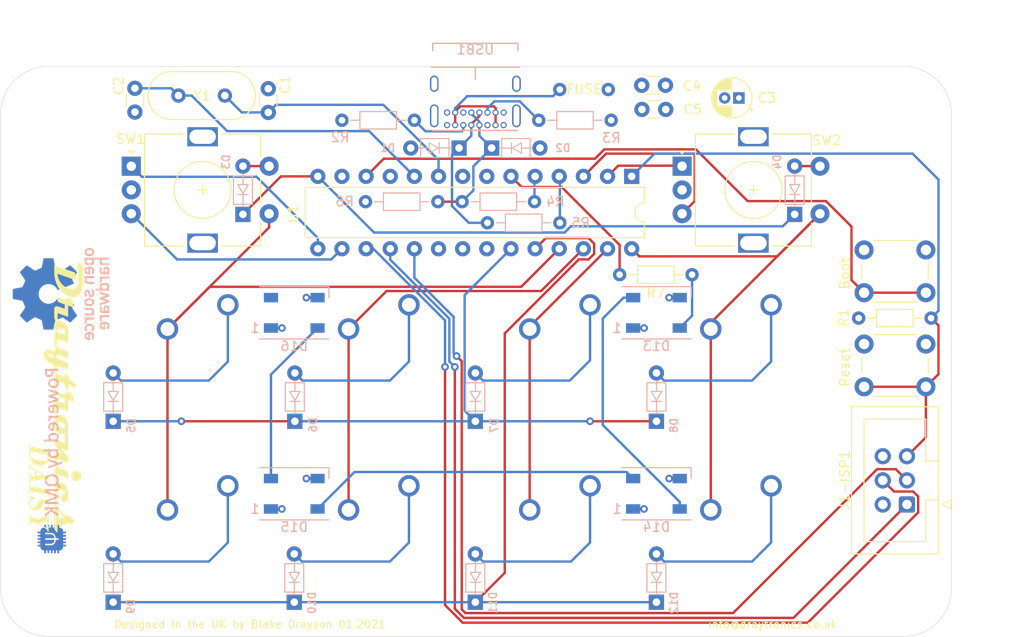
<source format=kicad_pcb>
(kicad_pcb (version 20171130) (host pcbnew "(5.1.8-0-10_14)")
  (layers (0 F.Cu signal) (1 GND power) (2 +5V power) (31 B.Cu signal) (34 B.Paste user) (35 F.Paste user) (36 B.SilkS user) (37 F.SilkS user) (38 B.Mask user) (39 F.Mask user) (44 Edge.Cuts user))
  (net 0 "")
  (net 1 GND)
  (net 2 +5V)
  (net 3 "Net-(D1-Pad1)")
  (net 4 "Net-(D2-Pad1)")
  (net 5 "Net-(D3-Pad2)")
  (net 6 row0)
  (net 7 "Net-(D4-Pad2)")
  (net 8 row1)
  (net 9 "Net-(D5-Pad2)")
  (net 10 "Net-(D6-Pad2)")
  (net 11 "Net-(D7-Pad2)")
  (net 12 "Net-(D8-Pad2)")
  (net 13 "Net-(D9-Pad2)")
  (net 14 row2)
  (net 15 "Net-(D10-Pad2)")
  (net 16 "Net-(D11-Pad2)")
  (net 17 "Net-(D12-Pad2)")
  (net 18 VCC)
  (net 19 miso)
  (net 20 sck)
  (net 21 mosi)
  (net 22 reset)
  (net 23 col0)
  (net 24 col1)
  (net 25 "Net-(R2-Pad2)")
  (net 26 "Net-(R3-Pad2)")
  (net 27 D-)
  (net 28 D+)
  (net 29 RC1_A)
  (net 30 RC1_B)
  (net 31 RC2_B)
  (net 32 RC2_A)
  (net 33 "Net-(U1-Pad13)")
  (net 34 "Net-(USB1-PadB8)")
  (net 35 "Net-(USB1-PadA8)")
  (net 36 "Net-(D13-Pad2)")
  (net 37 "Net-(D13-Pad4)")
  (net 38 "Net-(D14-Pad2)")
  (net 39 "Net-(D15-Pad2)")
  (net 40 "Net-(D16-Pad2)")
  (net 41 ug_DIN)
  (net 42 col2)
  (net 43 col3)
  (net 44 boot)
  (net 45 XTAL1)
  (net 46 XTAL2)
  (net 47 "Net-(U1-Pad11)")
  (net 48 "Net-(U1-Pad21)")
  (module logos:qmk-logo (layer F.Cu) (at 24 65 90)
    (fp_text reference G*** hide)
    (fp_text value LOGO hide)
    (fp_poly (pts (xy -8.212667 -1.1684) (xy -8.044652 -1.1684) (xy -8.03976 -1.316566) (xy -8.034867 -1.464733) (xy -7.865534 -1.464733) (xy -7.860641 -1.316566) (xy -7.855749 -1.1684) (xy -7.704667 -1.1684) (xy -7.704667 -1.294015) (xy -7.703674 -1.373558) (xy -7.698389 -1.425238) (xy -7.685354 -1.455045) (xy -7.66111 -1.468972) (xy -7.622201 -1.473011) (xy -7.601255 -1.4732) (xy -7.5184 -1.4732) (xy -7.5184 -1.1684) (xy -7.450123 -1.1684) (xy -7.345645 -1.152926) (xy -7.255579 -1.108474) (xy -7.183055 -1.037999) (xy -7.131204 -0.944456) (xy -7.104721 -0.842433) (xy -7.092992 -0.762) (xy -6.96195 -0.762) (xy -6.882501 -0.759342) (xy -6.831186 -0.749662) (xy -6.802566 -0.730406) (xy -6.791202 -0.699017) (xy -6.790267 -0.6813) (xy -6.79458 -0.63283) (xy -6.811372 -0.60165) (xy -6.846421 -0.58417) (xy -6.905505 -0.576801) (xy -6.960196 -0.575733) (xy -7.095067 -0.575733) (xy -7.095067 -0.423333) (xy -6.960196 -0.423333) (xy -6.882175 -0.420654) (xy -6.831985 -0.410222) (xy -6.803848 -0.388448) (xy -6.791987 -0.351743) (xy -6.790267 -0.317766) (xy -6.795869 -0.280528) (xy -6.816299 -0.256439) (xy -6.856996 -0.242958) (xy -6.923396 -0.237546) (xy -6.962987 -0.237066) (xy -7.095067 -0.237066) (xy -7.095067 -0.067733) (xy -6.951456 -0.067733) (xy -6.881621 -0.067233) (xy -6.838425 -0.064412) (xy -6.814643 -0.057286) (xy -6.80305 -0.043873) (xy -6.797221 -0.0254) (xy -6.792997 0.025683) (xy -6.797221 0.059267) (xy -6.804073 0.079816) (xy -6.816788 0.09234) (xy -6.842589 0.098824) (xy -6.888702 0.101248) (xy -6.951456 0.1016) (xy -7.095067 0.1016) (xy -7.095067 0.270934) (xy -6.962987 0.270934) (xy -6.883286 0.273551) (xy -6.831729 0.283096) (xy -6.802877 0.302111) (xy -6.791294 0.333135) (xy -6.790267 0.351633) (xy -6.79458 0.400104) (xy -6.811372 0.431284) (xy -6.846421 0.448763) (xy -6.905505 0.456132) (xy -6.960196 0.4572) (xy -7.095067 0.4572) (xy -7.095067 0.608231) (xy -6.955727 0.613149) (xy -6.886934 0.616199) (xy -6.844395 0.620999) (xy -6.8205 0.629959) (xy -6.807642 0.645494) (xy -6.800894 0.662256) (xy -6.793034 0.713299) (xy -6.796624 0.751156) (xy -6.803528 0.772903) (xy -6.815683 0.786131) (xy -6.840373 0.792957) (xy -6.884877 0.795496) (xy -6.950419 0.795867) (xy -7.092992 0.795867) (xy -7.104721 0.8763) (xy -7.135174 0.988165) (xy -7.189133 1.079634) (xy -7.263466 1.147753) (xy -7.355043 1.189567) (xy -7.450123 1.202267) (xy -7.5184 1.202267) (xy -7.5184 1.352692) (xy -7.518961 1.424702) (xy -7.52175 1.469857) (xy -7.528429 1.495166) (xy -7.540662 1.507634) (xy -7.5565 1.513327) (xy -7.617446 1.523774) (xy -7.659885 1.514711) (xy -7.686667 1.482737) (xy -7.700645 1.424452) (xy -7.704667 1.336524) (xy -7.704667 1.202267) (xy -7.855749 1.202267) (xy -7.860641 1.350071) (xy -7.863491 1.421186) (xy -7.867811 1.465806) (xy -7.875885 1.491293) (xy -7.889991 1.505008) (xy -7.911418 1.513966) (xy -7.972192 1.51952) (xy -8.000318 1.510459) (xy -8.021203 1.499019) (xy -8.033937 1.482949) (xy -8.040529 1.454595) (xy -8.04299 1.4063) (xy -8.043334 1.346563) (xy -8.043334 1.202267) (xy -8.212667 1.202267) (xy -8.212667 1.353526) (xy -8.214672 1.434801) (xy -8.223017 1.487092) (xy -8.241201 1.515161) (xy -8.27272 1.523771) (xy -8.321073 1.517683) (xy -8.331581 1.51545) (xy -8.382 1.504376) (xy -8.382 1.202267) (xy -8.551334 1.202267) (xy -8.551334 1.345604) (xy -8.553761 1.425997) (xy -8.563133 1.478377) (xy -8.582588 1.50838) (xy -8.615264 1.521644) (xy -8.650611 1.524) (xy -8.69035 1.515905) (xy -8.716716 1.488722) (xy -8.731728 1.4381) (xy -8.737403 1.359691) (xy -8.737601 1.336524) (xy -8.737601 1.202267) (xy -8.890001 1.202267) (xy -8.890001 1.345604) (xy -8.890964 1.417194) (xy -8.894865 1.462396) (xy -8.903221 1.488656) (xy -8.917547 1.503424) (xy -8.922754 1.506471) (xy -8.985132 1.522702) (xy -9.045731 1.506232) (xy -9.046634 1.50571) (xy -9.061571 1.491345) (xy -9.070604 1.464813) (xy -9.07506 1.418931) (xy -9.076267 1.346514) (xy -9.076267 1.202267) (xy -9.148234 1.201895) (xy -9.249688 1.185669) (xy -9.338606 1.141332) (xy -9.410159 1.07375) (xy -9.45952 0.987791) (xy -9.481858 0.888322) (xy -9.482667 0.864803) (xy -9.482667 0.797185) (xy -9.630834 0.792293) (xy -9.779001 0.7874) (xy -9.784332 0.712878) (xy -9.782767 0.655072) (xy -9.768478 0.624975) (xy -9.767399 0.624238) (xy -9.740575 0.61744) (xy -9.689979 0.612359) (xy -9.625698 0.609939) (xy -9.6139 0.609859) (xy -9.482667 0.6096) (xy -9.482667 0.458519) (xy -9.630834 0.453626) (xy -9.779001 0.448734) (xy -9.779001 0.2794) (xy -9.630834 0.274508) (xy -9.482667 0.269615) (xy -9.482667 0.1016) (xy -9.787467 0.1016) (xy -9.787467 -0.067733) (xy -9.482667 -0.067733) (xy -9.482667 -0.235748) (xy -9.630834 -0.240641) (xy -9.779001 -0.245533) (xy -9.779001 -0.414867) (xy -9.630834 -0.419759) (xy -9.482667 -0.424652) (xy -9.482667 -0.574415) (xy -9.630834 -0.579307) (xy -9.779001 -0.5842) (xy -9.779001 -0.674978) (xy -8.957734 -0.674978) (xy -8.957734 -0.321191) (xy -8.957403 -0.199173) (xy -8.956133 -0.105503) (xy -8.953502 -0.034666) (xy -8.949092 0.018854) (xy -8.942484 0.060573) (xy -8.933259 0.096004) (xy -8.923976 0.122822) (xy -8.867518 0.227096) (xy -8.7842 0.311648) (xy -8.675352 0.375525) (xy -8.542304 0.417771) (xy -8.501996 0.425413) (xy -8.382 0.44523) (xy -8.382 0.728134) (xy -8.212667 0.728134) (xy -8.212667 0.442342) (xy -8.132234 0.431574) (xy -7.988061 0.400128) (xy -7.869348 0.347378) (xy -7.774575 0.27249) (xy -7.721513 0.206223) (xy -7.692255 0.158605) (xy -7.669951 0.111824) (xy -7.65366 0.060314) (xy -7.642442 -0.001493) (xy -7.635357 -0.079166) (xy -7.631467 -0.17827) (xy -7.62983 -0.304375) (xy -7.629673 -0.337809) (xy -7.628467 -0.667152) (xy -7.6708 -0.677673) (xy -7.721826 -0.681724) (xy -7.755467 -0.677343) (xy -7.7978 -0.666492) (xy -7.806267 -0.312079) (xy -7.809767 -0.182828) (xy -7.814145 -0.08241) (xy -7.820636 -0.005795) (xy -7.830477 0.052048) (xy -7.844902 0.096151) (xy -7.865146 0.131544) (xy -7.892445 0.163259) (xy -7.928034 0.196326) (xy -7.931939 0.199763) (xy -8.016977 0.253856) (xy -8.115712 0.283667) (xy -8.1661 0.287772) (xy -8.212667 0.287867) (xy -8.212667 -0.674978) (xy -8.250767 -0.680518) (xy -8.297668 -0.682484) (xy -8.335434 -0.679774) (xy -8.382 -0.673489) (xy -8.382 0.287867) (xy -8.429784 0.287867) (xy -8.509762 0.27563) (xy -8.593603 0.243423) (xy -8.665225 0.198005) (xy -8.683424 0.181284) (xy -8.716962 0.142803) (xy -8.742643 0.101989) (xy -8.761471 0.053783) (xy -8.774452 -0.006875) (xy -8.78259 -0.085045) (xy -8.786891 -0.185787) (xy -8.788358 -0.314161) (xy -8.788401 -0.34734) (xy -8.788401 -0.673489) (xy -8.834967 -0.679774) (xy -8.885296 -0.682595) (xy -8.919634 -0.680518) (xy -8.957734 -0.674978) (xy -9.779001 -0.674978) (xy -9.779001 -0.753533) (xy -9.632878 -0.758396) (xy -9.486756 -0.763259) (xy -9.479036 -0.856356) (xy -9.455373 -0.95519) (xy -9.40517 -1.040911) (xy -9.333813 -1.108419) (xy -9.246686 -1.152615) (xy -9.149538 -1.1684) (xy -9.077586 -1.1684) (xy -9.072693 -1.316566) (xy -9.0678 -1.464733) (xy -8.898467 -1.464733) (xy -8.893575 -1.316566) (xy -8.888682 -1.1684) (xy -8.737601 -1.1684) (xy -8.737341 -1.299633) (xy -8.735479 -1.365261) (xy -8.730791 -1.418953) (xy -8.724224 -1.450624) (xy -8.722963 -1.453132) (xy -8.694412 -1.468064) (xy -8.637955 -1.470309) (xy -8.634322 -1.470065) (xy -8.5598 -1.464733) (xy -8.554908 -1.316566) (xy -8.550015 -1.1684) (xy -8.382 -1.1684) (xy -8.382 -1.4732) (xy -8.212667 -1.4732) (xy -8.212667 -1.1684)) (layer B.Cu) (width 0.01))
  )
  (module logos:oshw-logo (layer F.Cu) (at 25 47.5 90)
    (fp_text reference G*** hide)
    (fp_text value LOGO hide)
    (fp_poly (pts (xy 0.132345 -5.079957) (xy 0.235336 -5.079749) (xy 0.317718 -5.079263) (xy 0.381885 -5.078383) (xy 0.430232 -5.076995) (xy 0.465156 -5.074984) (xy 0.48905 -5.072235) (xy 0.50431 -5.068634) (xy 0.513332 -5.064066) (xy 0.51851 -5.058415) (xy 0.520284 -5.055378) (xy 0.525503 -5.037693) (xy 0.534698 -4.997907) (xy 0.547282 -4.938905) (xy 0.562666 -4.863572) (xy 0.580263 -4.774794) (xy 0.599486 -4.675457) (xy 0.619746 -4.568446) (xy 0.623091 -4.550553) (xy 0.643503 -4.442958) (xy 0.663114 -4.342923) (xy 0.681322 -4.253273) (xy 0.697526 -4.17683) (xy 0.711125 -4.116418) (xy 0.721518 -4.074862) (xy 0.728103 -4.054984) (xy 0.728819 -4.053946) (xy 0.745662 -4.043891) (xy 0.782431 -4.026223) (xy 0.835355 -4.002486) (xy 0.900669 -3.974224) (xy 0.974604 -3.942981) (xy 1.053393 -3.9103) (xy 1.133267 -3.877727) (xy 1.21046 -3.846804) (xy 1.281204 -3.819076) (xy 1.341731 -3.796087) (xy 1.388273 -3.779381) (xy 1.417063 -3.770502) (xy 1.422962 -3.769478) (xy 1.440997 -3.774969) (xy 1.474904 -3.792621) (xy 1.525516 -3.822962) (xy 1.593664 -3.866515) (xy 1.68018 -3.923808) (xy 1.785897 -3.995364) (xy 1.847302 -4.0374) (xy 1.953687 -4.110453) (xy 2.041124 -4.170397) (xy 2.111616 -4.218481) (xy 2.167167 -4.255955) (xy 2.209781 -4.284067) (xy 2.241461 -4.304066) (xy 2.264211 -4.317201) (xy 2.280036 -4.324721) (xy 2.290939 -4.327875) (xy 2.298924 -4.327913) (xy 2.305995 -4.326082) (xy 2.308941 -4.325131) (xy 2.325172 -4.31389) (xy 2.356101 -4.286921) (xy 2.399339 -4.246655) (xy 2.452501 -4.19552) (xy 2.513198 -4.135948) (xy 2.579043 -4.070368) (xy 2.64765 -4.001211) (xy 2.71663 -3.930906) (xy 2.783597 -3.861884) (xy 2.846162 -3.796575) (xy 2.90194 -3.737409) (xy 2.948541 -3.686816) (xy 2.98358 -3.647226) (xy 3.004669 -3.621069) (xy 3.0099 -3.611602) (xy 3.002912 -3.5956) (xy 2.983003 -3.561203) (xy 2.951755 -3.51087) (xy 2.91075 -3.447059) (xy 2.861571 -3.372227) (xy 2.805799 -3.288832) (xy 2.745017 -3.199333) (xy 2.73685 -3.187406) (xy 2.654873 -3.066922) (xy 2.58729 -2.965654) (xy 2.534246 -2.883837) (xy 2.495891 -2.821702) (xy 2.47237 -2.779481) (xy 2.463832 -2.757408) (xy 2.4638 -2.756666) (xy 2.46881 -2.734177) (xy 2.48279 -2.692854) (xy 2.504162 -2.636337) (xy 2.531348 -2.568271) (xy 2.562771 -2.492297) (xy 2.596854 -2.412057) (xy 2.632018 -2.331194) (xy 2.666687 -2.253351) (xy 2.699282 -2.18217) (xy 2.728226 -2.121294) (xy 2.751942 -2.074364) (xy 2.768852 -2.045023) (xy 2.775436 -2.037117) (xy 2.793601 -2.030889) (xy 2.833764 -2.020828) (xy 2.892918 -2.007568) (xy 2.968056 -1.991743) (xy 3.056173 -1.973987) (xy 3.154261 -1.954935) (xy 3.251686 -1.936631) (xy 3.35646 -1.917076) (xy 3.454182 -1.898489) (xy 3.541825 -1.881472) (xy 3.616362 -1.866628) (xy 3.674764 -1.854559) (xy 3.714006 -1.845866) (xy 3.730625 -1.841352) (xy 3.7592 -1.829345) (xy 3.7592 -1.322432) (xy 3.759136 -1.195246) (xy 3.758879 -1.091114) (xy 3.758327 -1.007688) (xy 3.757378 -0.942622) (xy 3.755933 -0.893569) (xy 3.75389 -0.858182) (xy 3.751148 -0.834115) (xy 3.747606 -0.819021) (xy 3.743163 -0.810554) (xy 3.737718 -0.806366) (xy 3.736975 -0.806032) (xy 3.71973 -0.801573) (xy 3.680459 -0.793068) (xy 3.622109 -0.781104) (xy 3.547628 -0.766269) (xy 3.459962 -0.74915) (xy 3.362059 -0.730333) (xy 3.258294 -0.710674) (xy 3.131155 -0.686498) (xy 3.027187 -0.666118) (xy 2.944515 -0.649105) (xy 2.881264 -0.635034) (xy 2.835559 -0.623477) (xy 2.805524 -0.614007) (xy 2.789284 -0.606197) (xy 2.785996 -0.603137) (xy 2.777406 -0.586194) (xy 2.760781 -0.54876) (xy 2.737431 -0.493958) (xy 2.708666 -0.424916) (xy 2.675798 -0.344758) (xy 2.640137 -0.25661) (xy 2.628267 -0.22702) (xy 2.58156 -0.108908) (xy 2.544947 -0.013072) (xy 2.518115 0.061382) (xy 2.500751 0.115349) (xy 2.492541 0.149723) (xy 2.49199 0.16214) (xy 2.500337 0.180438) (xy 2.521554 0.216918) (xy 2.55395 0.268951) (xy 2.595833 0.333909) (xy 2.645511 0.409162) (xy 2.701292 0.492083) (xy 2.75375 0.568822) (xy 2.813134 0.655659) (xy 2.867648 0.736534) (xy 2.915655 0.808927) (xy 2.955515 0.870316) (xy 2.985589 0.918181) (xy 3.004238 0.95) (xy 3.009899 0.962825) (xy 3.00117 0.976396) (xy 2.976273 1.005724) (xy 2.93715 1.048753) (xy 2.885741 1.103426) (xy 2.823984 1.167687) (xy 2.753821 1.239479) (xy 2.677192 1.316747) (xy 2.656503 1.337424) (xy 2.564561 1.428879) (xy 2.488756 1.503594) (xy 2.427496 1.563017) (xy 2.379189 1.608596) (xy 2.342242 1.641779) (xy 2.315063 1.664015) (xy 2.296059 1.676751) (xy 2.283638 1.681435) (xy 2.278678 1.680981) (xy 2.262761 1.671873) (xy 2.228519 1.650044) (xy 2.178528 1.617209) (xy 2.115363 1.575083) (xy 2.041596 1.525381) (xy 1.959804 1.469819) (xy 1.887232 1.420184) (xy 1.800807 1.361364) (xy 1.720226 1.30742) (xy 1.648055 1.260001) (xy 1.586861 1.220758) (xy 1.539212 1.19134) (xy 1.507675 1.173397) (xy 1.495492 1.1684) (xy 1.475943 1.174186) (xy 1.438798 1.190108) (xy 1.388691 1.214007) (xy 1.330253 1.243724) (xy 1.303709 1.257757) (xy 1.243301 1.289027) (xy 1.18935 1.315017) (xy 1.146433 1.333667) (xy 1.119125 1.342918) (xy 1.113253 1.343482) (xy 1.106366 1.337646) (xy 1.095549 1.320851) (xy 1.080224 1.291787) (xy 1.059814 1.249145) (xy 1.033742 1.191615) (xy 1.00143 1.117886) (xy 0.962302 1.026649) (xy 0.91578 0.916593) (xy 0.861288 0.786409) (xy 0.798248 0.634786) (xy 0.754478 0.529102) (xy 0.698228 0.392776) (xy 0.644937 0.262945) (xy 0.595394 0.141573) (xy 0.550387 0.030627) (xy 0.510705 -0.067932) (xy 0.477137 -0.152137) (xy 0.450471 -0.220024) (xy 0.431497 -0.269629) (xy 0.421002 -0.298988) (xy 0.4191 -0.306203) (xy 0.430187 -0.329414) (xy 0.460453 -0.356892) (xy 0.473075 -0.365535) (xy 0.509207 -0.389779) (xy 0.556752 -0.422972) (xy 0.606776 -0.458853) (xy 0.618371 -0.467326) (xy 0.741767 -0.572963) (xy 0.845477 -0.693063) (xy 0.928827 -0.825242) (xy 0.991141 -0.967117) (xy 1.031745 -1.116307) (xy 1.049963 -1.270427) (xy 1.045121 -1.427097) (xy 1.016544 -1.583932) (xy 0.972416 -1.71726) (xy 0.932667 -1.804356) (xy 0.885961 -1.882823) (xy 0.827619 -1.959413) (xy 0.752962 -2.040874) (xy 0.7366 -2.057406) (xy 0.624054 -2.157468) (xy 0.506831 -2.235598) (xy 0.379157 -2.295243) (xy 0.28575 -2.326332) (xy 0.194953 -2.345236) (xy 0.08896 -2.355685) (xy -0.023476 -2.35768) (xy -0.1336 -2.35122) (xy -0.232658 -2.336305) (xy -0.27305 -2.326332) (xy -0.422669 -2.270553) (xy -0.560837 -2.193808) (xy -0.685495 -2.098299) (xy -0.794583 -1.986226) (xy -0.886038 -1.859792) (xy -0.957802 -1.721198) (xy -1.007813 -1.572646) (xy -1.017308 -1.531167) (xy -1.03768 -1.371586) (xy -1.03364 -1.213287) (xy -1.00615 -1.058754) (xy -0.956171 -0.910468) (xy -0.884662 -0.770913) (xy -0.792585 -0.642571) (xy -0.6809 -0.527925) (xy -0.605672 -0.467326) (xy -0.556401 -0.431739) (xy -0.507424 -0.397311) (xy -0.467676 -0.3703) (xy -0.460375 -0.365535) (xy -0.425059 -0.337737) (xy -0.407524 -0.312668) (xy -0.4064 -0.306203) (xy -0.411152 -0.290598) (xy -0.424879 -0.253511) (xy -0.446795 -0.196904) (xy -0.476109 -0.122743) (xy -0.512034 -0.032992) (xy -0.553781 0.070384) (xy -0.60056 0.185422) (xy -0.651584 0.310156) (xy -0.706062 0.442622) (xy -0.741779 0.529102) (xy -0.810426 0.694718) (xy -0.870166 0.838081) (xy -0.921577 0.9605) (xy -0.965235 1.063287) (xy -1.001718 1.14775) (xy -1.031603 1.215201) (xy -1.055467 1.266948) (xy -1.073886 1.304302) (xy -1.087439 1.328573) (xy -1.096702 1.34107) (xy -1.100554 1.343482) (xy -1.119585 1.338996) (xy -1.156229 1.324209) (xy -1.205911 1.30118) (xy -1.264055 1.271969) (xy -1.29101 1.257757) (xy -1.351607 1.226202) (xy -1.405865 1.199536) (xy -1.449152 1.179919) (xy -1.476838 1.169508) (xy -1.482793 1.1684) (xy -1.498748 1.175383) (xy -1.532979 1.195232) (xy -1.582919 1.226299) (xy -1.646002 1.266932) (xy -1.71966 1.315482) (xy -1.801327 1.370299) (xy -1.874533 1.420184) (xy -1.961054 1.479325) (xy -2.041699 1.534037) (xy -2.113892 1.582606) (xy -2.175061 1.623316) (xy -2.222629 1.654453) (xy -2.254022 1.6743) (xy -2.265979 1.680981) (xy -2.275212 1.680437) (xy -2.290071 1.672711) (xy -2.312148 1.656355) (xy -2.343037 1.629921) (xy -2.38433 1.591961) (xy -2.437618 1.541027) (xy -2.504496 1.475671) (xy -2.586554 1.394445) (xy -2.643804 1.337424) (xy -2.721794 1.259073) (xy -2.79382 1.185663) (xy -2.857943 1.119252) (xy -2.912222 1.061895) (xy -2.954717 1.015649) (xy -2.983489 0.982571) (xy -2.996597 0.964716) (xy -2.9972 0.962825) (xy -2.990206 0.94756) (xy -2.970315 0.913987) (xy -2.939167 0.864625) (xy -2.8984 0.801997) (xy -2.849654 0.728623) (xy -2.794567 0.647023) (xy -2.741051 0.568822) (xy -2.681319 0.481351) (xy -2.626211 0.399248) (xy -2.577417 0.325142) (xy -2.536632 0.261661) (xy -2.505545 0.211435) (xy -2.48585 0.177092) (xy -2.479291 0.16214) (xy -2.48161 0.140252) (xy -2.492876 0.099363) (xy -2.513402 0.038579) (xy -2.543501 -0.042995) (xy -2.583487 -0.146252) (xy -2.615568 -0.22702) (xy -2.65185 -0.317076) (xy -2.685761 -0.40015) (xy -2.715991 -0.473115) (xy -2.741229 -0.532847) (xy -2.760165 -0.576219) (xy -2.771486 -0.600106) (xy -2.773297 -0.603137) (xy -2.783987 -0.610343) (xy -2.807636 -0.61902) (xy -2.846119 -0.629593) (xy -2.90131 -0.64249) (xy -2.975086 -0.658137) (xy -3.069321 -0.676962) (xy -3.185891 -0.699392) (xy -3.245595 -0.710674) (xy -3.35071 -0.73059) (xy -3.448497 -0.749389) (xy -3.536007 -0.766482) (xy -3.610295 -0.781283) (xy -3.668411 -0.793205) (xy -3.70741 -0.80166) (xy -3.724275 -0.806032) (xy -3.729851 -0.809856) (xy -3.734411 -0.817671) (xy -3.738059 -0.831824) (xy -3.740894 -0.854662) (xy -3.743017 -0.888531) (xy -3.744531 -0.935779) (xy -3.745534 -0.998751) (xy -3.74613 -1.079795) (xy -3.746418 -1.181256) (xy -3.7465 -1.305483) (xy -3.7465 -1.829345) (xy -3.717925 -1.841352) (xy -3.699127 -1.84638) (xy -3.658364 -1.855343) (xy -3.598664 -1.867639) (xy -3.523054 -1.882664) (xy -3.434562 -1.899818) (xy -3.336214 -1.918497) (xy -3.238987 -1.936631) (xy -3.134328 -1.956318) (xy -3.036849 -1.975299) (xy -2.949555 -1.992938) (xy -2.875453 -2.008602) (xy -2.817549 -2.021656) (xy -2.77885 -2.031466) (xy -2.762737 -2.037117) (xy -2.751084 -2.053103) (xy -2.731602 -2.08904) (xy -2.705869 -2.141287) (xy -2.675462 -2.2062) (xy -2.641958 -2.280138) (xy -2.606936 -2.359457) (xy -2.571972 -2.440516) (xy -2.538644 -2.519672) (xy -2.508531 -2.593282) (xy -2.483208 -2.657704) (xy -2.464254 -2.709296) (xy -2.453247 -2.744415) (xy -2.4511 -2.756666) (xy -2.458646 -2.777403) (xy -2.481183 -2.818303) (xy -2.518565 -2.879132) (xy -2.570645 -2.959659) (xy -2.637274 -3.059651) (xy -2.718306 -3.178876) (xy -2.72415 -3.187406) (xy -2.785466 -3.277517) (xy -2.841977 -3.361842) (xy -2.892101 -3.437923) (xy -2.934255 -3.503302) (xy -2.966857 -3.555522) (xy -2.988326 -3.592124) (xy -2.997079 -3.610651) (xy -2.9972 -3.611602) (xy -2.988509 -3.625731) (xy -2.964024 -3.655169) (xy -2.926135 -3.697485) (xy -2.877228 -3.75025) (xy -2.81969 -3.811033) (xy -2.75591 -3.877404) (xy -2.688273 -3.946933) (xy -2.619168 -4.01719) (xy -2.550981 -4.085744) (xy -2.486101 -4.150166) (xy -2.426914 -4.208026) (xy -2.375808 -4.256893) (xy -2.335169 -4.294338) (xy -2.307386 -4.31793) (xy -2.296242 -4.325131) (xy -2.288801 -4.327328) (xy -2.281084 -4.328027) (xy -2.271085 -4.32598) (xy -2.256801 -4.319937) (xy -2.236228 -4.308651) (xy -2.20736 -4.290872) (xy -2.168195 -4.265351) (xy -2.116728 -4.230841) (xy -2.050954 -4.186092) (xy -1.968869 -4.129855) (xy -1.868469 -4.060882) (xy -1.833213 -4.036651) (xy -1.717516 -3.95765) (xy -1.621447 -3.893203) (xy -1.544188 -3.842794) (xy -1.484921 -3.805905) (xy -1.442829 -3.78202) (xy -1.417095 -3.770623) (xy -1.410273 -3.769438) (xy -1.390027 -3.774555) (xy -1.350431 -3.788152) (xy -1.29526 -3.808686) (xy -1.228287 -3.834609) (xy -1.153287 -3.864376) (xy -1.074032 -3.896443) (xy -0.994296 -3.929263) (xy -0.917853 -3.96129) (xy -0.848478 -3.990981) (xy -0.789943 -4.016788) (xy -0.746022 -4.037167) (xy -0.720489 -4.050572) (xy -0.716232 -4.053673) (xy -0.710281 -4.069538) (xy -0.700435 -4.107575) (xy -0.687298 -4.164956) (xy -0.671471 -4.238855) (xy -0.653558 -4.326446) (xy -0.634162 -4.4249) (xy -0.613884 -4.531391) (xy -0.610346 -4.55034) (xy -0.590025 -4.658316) (xy -0.570637 -4.759095) (xy -0.552769 -4.849787) (xy -0.537009 -4.927505) (xy -0.523943 -4.989361) (xy -0.51416 -5.032466) (xy -0.508246 -5.053932) (xy -0.507698 -5.055165) (xy -0.503509 -5.061412) (xy -0.496685 -5.066513) (xy -0.484829 -5.070585) (xy -0.465545 -5.073744) (xy -0.436437 -5.076105) (xy -0.395108 -5.077783) (xy -0.339163 -5.078896) (xy -0.266204 -5.079557) (xy -0.173837 -5.079884) (xy -0.059664 -5.079992) (xy 0.006349 -5.08) (xy 0.132345 -5.079957)) (layer B.Cu) (width 0.01))
  )
  (module logos:draytronics-daisy-logo (layer F.Cu) (at 24.2062 58.42 270)
    (fp_text reference G*** hide)
    (fp_text value LOGO hide)
  )
  (module Connector_IDC:IDC-Header_2x03_P2.54mm_Vertical (layer F.Cu) (at 113.9825 69.6595 180)
    (fp_text reference J1-ISP1 (at 6.5405 2.54 90) (layer F.SilkS))
    (fp_text value AVR-ISP-6 hide)
    (pad 6 thru_hole circle (at 2.54 5.08 180) (size 1.7 1.7) (drill 1) (layers *.Cu *.Mask) (net 1 GND))
    (pad 4 thru_hole circle (at 2.54 2.54 180) (size 1.7 1.7) (drill 1) (layers *.Cu *.Mask) (net 21 mosi))
    (pad 2 thru_hole circle (at 2.54 0 180) (size 1.7 1.7) (drill 1) (layers *.Cu *.Mask) (net 2 +5V))
    (pad 5 thru_hole circle (at 0 5.08 180) (size 1.7 1.7) (drill 1) (layers *.Cu *.Mask) (net 22 reset))
    (pad 3 thru_hole circle (at 0 2.54 180) (size 1.7 1.7) (drill 1) (layers *.Cu *.Mask) (net 20 sck))
    (pad 1 thru_hole roundrect (at 0 0 180) (size 1.7 1.7) (drill 1) (layers *.Cu *.Mask) (roundrect_rratio 0.147059) (net 19 miso))
  )
  (module Button_Switch_THT:SW_PUSH_6mm (layer F.Cu) (at 109.474 42.8625)
    (fp_text reference SW4 hide)
    (fp_text value Boot (at -2.032 2.4765 90) (layer F.SilkS))
    (pad 1 thru_hole circle (at 6.5 0 90) (size 2 2) (drill 1.1) (layers *.Cu *.Mask) (net 1 GND))
    (pad 2 thru_hole circle (at 6.5 4.5 90) (size 2 2) (drill 1.1) (layers *.Cu *.Mask) (net 44 boot))
    (pad 1 thru_hole circle (at 0 0 90) (size 2 2) (drill 1.1) (layers *.Cu *.Mask) (net 1 GND))
    (pad 2 thru_hole circle (at 0 4.5 90) (size 2 2) (drill 1.1) (layers *.Cu *.Mask) (net 44 boot))
  )
  (module Button_Switch_THT:SW_PUSH_6mm (layer F.Cu) (at 109.474 52.7685)
    (fp_text reference SW3 hide)
    (fp_text value Reset (at -2.032 2.4765 90) (layer F.SilkS))
    (pad 1 thru_hole circle (at 6.5 0 90) (size 2 2) (drill 1.1) (layers *.Cu *.Mask) (net 1 GND))
    (pad 2 thru_hole circle (at 6.5 4.5 90) (size 2 2) (drill 1.1) (layers *.Cu *.Mask) (net 22 reset))
    (pad 1 thru_hole circle (at 0 0 90) (size 2 2) (drill 1.1) (layers *.Cu *.Mask) (net 1 GND))
    (pad 2 thru_hole circle (at 0 4.5 90) (size 2 2) (drill 1.1) (layers *.Cu *.Mask) (net 22 reset))
  )
  (module MountingHole:MountingHole_2.2mm_M2 (layer F.Cu) (at 113.65 38.546)
    (fp_text reference REF** hide)
    (fp_text value MountingHole_2.2mm_M2 hide)
    (pad 1 np_thru_hole circle (at 0 0) (size 2.2 2.2) (drill 2.2) (layers *.Cu *.Mask))
  )
  (module MountingHole:MountingHole_2.2mm_M2 (layer F.Cu) (at 23.65 38.546)
    (fp_text reference REF** hide)
    (fp_text value MountingHole_2.2mm_M2 hide)
    (pad 1 np_thru_hole circle (at 0 0) (size 2.2 2.2) (drill 2.2) (layers *.Cu *.Mask))
  )
  (module MountingHole:MountingHole_2.2mm_M2 (layer F.Cu) (at 23.65 78.546)
    (fp_text reference REF** hide)
    (fp_text value MountingHole_2.2mm_M2 hide)
    (pad 1 np_thru_hole circle (at 0 0) (size 2.2 2.2) (drill 2.2) (layers *.Cu *.Mask))
  )
  (module MountingHole:MountingHole_2.2mm_M2 (layer F.Cu) (at 113.65 78.546)
    (fp_text reference REF** hide)
    (fp_text value MountingHole_2.2mm_M2 hide)
    (pad 1 np_thru_hole circle (at 0 0) (size 2.2 2.2) (drill 2.2) (layers *.Cu *.Mask))
  )
  (module MountingHole:MountingHole_2.2mm_M2 (layer F.Cu) (at 113.65 28.546)
    (fp_text reference REF** hide)
    (fp_text value MountingHole_2.2mm_M2 hide)
    (pad 1 np_thru_hole circle (at 0 0) (size 2.2 2.2) (drill 2.2) (layers *.Cu *.Mask))
  )
  (module MountingHole:MountingHole_2.2mm_M2 (layer F.Cu) (at 23.65 28.546)
    (fp_text reference REF** hide)
    (fp_text value MountingHole_2.2mm_M2 hide)
    (pad 1 np_thru_hole circle (at 0 0) (size 2.2 2.2) (drill 2.2) (layers *.Cu *.Mask))
  )
  (module Resistor_THT:R_Axial_DIN0204_L3.6mm_D1.6mm_P7.62mm_Horizontal (layer F.Cu) (at 108.9025 50.038)
    (fp_text reference R1 (at -1.5875 -0.0635 90) (layer F.SilkS))
    (fp_text value 10k hide)
    (pad 2 thru_hole oval (at 7.62 0) (size 1.4 1.4) (drill 0.7) (layers *.Cu *.Mask) (net 22 reset))
    (pad 1 thru_hole circle (at 0 0) (size 1.4 1.4) (drill 0.7) (layers *.Cu *.Mask) (net 2 +5V))
  )
  (module MX_Only:MXOnly-1U-NoLED (layer F.Cu) (at 59.055 72.771)
    (fp_text reference MX6)
    (fp_text value MX-NoLED)
    (pad 2 thru_hole circle (at 2.54 -5.08) (size 2.25 2.25) (drill 1.47) (layers *.Cu B.Mask) (net 15 "Net-(D10-Pad2)"))
    (pad "" np_thru_hole circle (at 0 0) (size 3.9878 3.9878) (drill 3.9878) (layers *.Cu *.Mask))
    (pad 1 thru_hole circle (at -3.81 -2.54) (size 2.25 2.25) (drill 1.47) (layers *.Cu B.Mask) (net 24 col1))
    (pad "" np_thru_hole circle (at -5.08 0 48.0996) (size 1.75 1.75) (drill 1.75) (layers *.Cu *.Mask))
    (pad "" np_thru_hole circle (at 5.08 0 48.0996) (size 1.75 1.75) (drill 1.75) (layers *.Cu *.Mask))
  )
  (module Resistor_THT:R_Axial_DIN0204_L3.6mm_D1.6mm_P7.62mm_Horizontal (layer F.Cu) (at 91.3765 45.466 180)
    (fp_text reference R7 (at 3.81 -1.92) (layer F.SilkS))
    (fp_text value 470R hide)
    (pad 2 thru_hole oval (at 7.62 0 180) (size 1.4 1.4) (drill 0.7) (layers *.Cu *.Mask) (net 41 ug_DIN))
    (pad 1 thru_hole circle (at 0 0 180) (size 1.4 1.4) (drill 0.7) (layers *.Cu *.Mask) (net 37 "Net-(D13-Pad4)"))
  )
  (module di-parts:D_DO-35_SOD27_P5.08mm_Horizontal (layer B.Cu) (at 87.63 81.2165 90)
    (fp_text reference D12 (at 1.2065 1.8415 90) (layer B.SilkS) (effects (font (size 0.8 0.8)) (justify mirror)))
    (fp_text value 1N4448W hide)
    (pad 2 thru_hole oval (at 6.35 0 90) (size 1.6 1.6) (drill 0.8) (layers *.Cu *.Mask) (net 17 "Net-(D12-Pad2)"))
    (pad 1 thru_hole rect (at 1.27 0 90) (size 1.6 1.6) (drill 0.8) (layers *.Cu *.Mask) (net 14 row2))
  )
  (module di-parts:D_DO-35_SOD27_P5.08mm_Horizontal (layer B.Cu) (at 68.58 81.2165 90)
    (fp_text reference D11 (at 1.2065 1.8415 90) (layer B.SilkS) (effects (font (size 0.8 0.8)) (justify mirror)))
    (fp_text value 1N4448W hide)
    (pad 2 thru_hole oval (at 6.35 0 90) (size 1.6 1.6) (drill 0.8) (layers *.Cu *.Mask) (net 16 "Net-(D11-Pad2)"))
    (pad 1 thru_hole rect (at 1.27 0 90) (size 1.6 1.6) (drill 0.8) (layers *.Cu *.Mask) (net 14 row2))
  )
  (module di-parts:D_DO-35_SOD27_P5.08mm_Horizontal (layer B.Cu) (at 49.53 81.2165 90)
    (fp_text reference D10 (at 1.2065 1.8415 90) (layer B.SilkS) (effects (font (size 0.8 0.8)) (justify mirror)))
    (fp_text value 1N4448W hide)
    (pad 2 thru_hole oval (at 6.35 0 90) (size 1.6 1.6) (drill 0.8) (layers *.Cu *.Mask) (net 15 "Net-(D10-Pad2)"))
    (pad 1 thru_hole rect (at 1.27 0 90) (size 1.6 1.6) (drill 0.8) (layers *.Cu *.Mask) (net 14 row2))
  )
  (module di-parts:D_DO-35_SOD27_P5.08mm_Horizontal (layer B.Cu) (at 30.48 81.2165 90)
    (fp_text reference D9 (at 0.8255 1.8415 90) (layer B.SilkS) (effects (font (size 0.8 0.8)) (justify mirror)))
    (fp_text value 1N4448W hide)
    (pad 2 thru_hole oval (at 6.35 0 90) (size 1.6 1.6) (drill 0.8) (layers *.Cu *.Mask) (net 13 "Net-(D9-Pad2)"))
    (pad 1 thru_hole rect (at 1.27 0 90) (size 1.6 1.6) (drill 0.8) (layers *.Cu *.Mask) (net 14 row2))
  )
  (module di-parts:D_DO-35_SOD27_P5.08mm_Horizontal (layer B.Cu) (at 87.63 62.1665 90)
    (fp_text reference D8 (at 0.8255 1.8415 90) (layer B.SilkS) (effects (font (size 0.8 0.8)) (justify mirror)))
    (fp_text value 1N4448W hide)
    (pad 2 thru_hole oval (at 6.35 0 90) (size 1.6 1.6) (drill 0.8) (layers *.Cu *.Mask) (net 12 "Net-(D8-Pad2)"))
    (pad 1 thru_hole rect (at 1.27 0 90) (size 1.6 1.6) (drill 0.8) (layers *.Cu *.Mask) (net 8 row1))
  )
  (module di-parts:D_DO-35_SOD27_P5.08mm_Horizontal (layer B.Cu) (at 68.58 62.1665 90)
    (fp_text reference D7 (at 0.8255 1.9685 90) (layer B.SilkS) (effects (font (size 0.8 0.8)) (justify mirror)))
    (fp_text value 1N4448W hide)
    (pad 2 thru_hole oval (at 6.35 0 90) (size 1.6 1.6) (drill 0.8) (layers *.Cu *.Mask) (net 11 "Net-(D7-Pad2)"))
    (pad 1 thru_hole rect (at 1.27 0 90) (size 1.6 1.6) (drill 0.8) (layers *.Cu *.Mask) (net 8 row1))
  )
  (module di-parts:D_DO-35_SOD27_P5.08mm_Horizontal (layer B.Cu) (at 49.5935 62.1665 90)
    (fp_text reference D6 (at 0.889 1.905 90) (layer B.SilkS) (effects (font (size 0.8 0.8)) (justify mirror)))
    (fp_text value 1N4448W hide)
    (pad 2 thru_hole oval (at 6.35 0 90) (size 1.6 1.6) (drill 0.8) (layers *.Cu *.Mask) (net 10 "Net-(D6-Pad2)"))
    (pad 1 thru_hole rect (at 1.27 0 90) (size 1.6 1.6) (drill 0.8) (layers *.Cu *.Mask) (net 8 row1))
  )
  (module di-parts:D_DO-35_SOD27_P5.08mm_Horizontal (layer B.Cu) (at 30.48 62.1665 90)
    (fp_text reference D5 (at 0.8255 1.905 90) (layer B.SilkS) (effects (font (size 0.8 0.8)) (justify mirror)))
    (fp_text value 1N4448W hide)
    (pad 2 thru_hole oval (at 6.35 0 90) (size 1.6 1.6) (drill 0.8) (layers *.Cu *.Mask) (net 9 "Net-(D5-Pad2)"))
    (pad 1 thru_hole rect (at 1.27 0 90) (size 1.6 1.6) (drill 0.8) (layers *.Cu *.Mask) (net 8 row1))
  )
  (module di-parts:D_DO-35_SOD27_P5.08mm_Horizontal (layer B.Cu) (at 102.1715 40.386 90)
    (fp_text reference D4 (at 6.7945 -1.8415 90) (layer B.SilkS) (effects (font (size 0.8 0.8)) (justify mirror)))
    (fp_text value 1N4448W hide)
    (pad 2 thru_hole oval (at 6.35 0 90) (size 1.6 1.6) (drill 0.8) (layers *.Cu *.Mask) (net 7 "Net-(D4-Pad2)"))
    (pad 1 thru_hole rect (at 1.27 0 90) (size 1.6 1.6) (drill 0.8) (layers *.Cu *.Mask) (net 6 row0))
  )
  (module di-parts:D_DO-35_SOD27_P5.08mm_Horizontal (layer B.Cu) (at 44.1325 40.386 90)
    (fp_text reference D3 (at 6.7945 -1.778 90) (layer B.SilkS) (effects (font (size 0.8 0.8)) (justify mirror)))
    (fp_text value 1N4448W hide)
    (pad 2 thru_hole oval (at 6.35 0 90) (size 1.6 1.6) (drill 0.8) (layers *.Cu *.Mask) (net 5 "Net-(D3-Pad2)"))
    (pad 1 thru_hole rect (at 1.27 0 90) (size 1.6 1.6) (drill 0.8) (layers *.Cu *.Mask) (net 6 row0))
  )
  (module Resistor_THT:R_Axial_DIN0204_L3.6mm_D1.6mm_P7.62mm_Horizontal (layer B.Cu) (at 57.023 37.7825)
    (fp_text reference R6 (at -2.1844 -0.0254) (layer B.SilkS) (effects (justify mirror)))
    (fp_text value 1.5k hide)
    (pad 2 thru_hole oval (at 7.62 0) (size 1.4 1.4) (drill 0.7) (layers *.Cu *.Mask) (net 4 "Net-(D2-Pad1)"))
    (pad 1 thru_hole circle (at 0 0) (size 1.4 1.4) (drill 0.7) (layers *.Cu *.Mask) (net 2 +5V))
  )
  (module Resistor_THT:R_Axial_DIN0204_L3.6mm_D1.6mm_P7.62mm_Horizontal (layer B.Cu) (at 77.47 40.005 180)
    (fp_text reference R5 (at -2.1844 0) (layer B.SilkS) (effects (justify mirror)))
    (fp_text value 68R hide)
    (pad 2 thru_hole oval (at 7.62 0 180) (size 1.4 1.4) (drill 0.7) (layers *.Cu *.Mask) (net 3 "Net-(D1-Pad1)"))
    (pad 1 thru_hole circle (at 0 0 180) (size 1.4 1.4) (drill 0.7) (layers *.Cu *.Mask) (net 28 D+))
  )
  (module Resistor_THT:R_Axial_DIN0204_L3.6mm_D1.6mm_P7.62mm_Horizontal (layer B.Cu) (at 74.803 37.7825 180)
    (fp_text reference R4 (at -2.1844 0) (layer B.SilkS) (effects (justify mirror)))
    (fp_text value 68R hide)
    (pad 2 thru_hole oval (at 7.62 0 180) (size 1.4 1.4) (drill 0.7) (layers *.Cu *.Mask) (net 4 "Net-(D2-Pad1)"))
    (pad 1 thru_hole circle (at 0 0 180) (size 1.4 1.4) (drill 0.7) (layers *.Cu *.Mask) (net 27 D-))
  )
  (module Resistor_THT:R_Axial_DIN0204_L3.6mm_D1.6mm_P7.62mm_Horizontal (layer B.Cu) (at 82.8675 29.21 180)
    (fp_text reference R3 (at -0.0254 -1.8542) (layer B.SilkS) (effects (justify mirror)))
    (fp_text value 5.1k hide)
    (pad 2 thru_hole oval (at 7.62 0 180) (size 1.4 1.4) (drill 0.7) (layers *.Cu *.Mask) (net 26 "Net-(R3-Pad2)"))
    (pad 1 thru_hole circle (at 0 0 180) (size 1.4 1.4) (drill 0.7) (layers *.Cu *.Mask) (net 1 GND))
  )
  (module Resistor_THT:R_Axial_DIN0204_L3.6mm_D1.6mm_P7.62mm_Horizontal (layer B.Cu) (at 54.5465 29.21)
    (fp_text reference R2 (at -0.1905 1.778) (layer B.SilkS) (effects (justify mirror)))
    (fp_text value 5.1k hide)
    (pad 2 thru_hole oval (at 7.62 0) (size 1.4 1.4) (drill 0.7) (layers *.Cu *.Mask) (net 25 "Net-(R2-Pad2)"))
    (pad 1 thru_hole circle (at 0 0) (size 1.4 1.4) (drill 0.7) (layers *.Cu *.Mask) (net 1 GND))
  )
  (module ctf-parts:polyfuse_5.1mm (layer F.Cu) (at 80.01 25.9715 180)
    (fp_text reference F1)
    (fp_text value 500ma hide)
    (fp_text user FUSE (at 0.02 0.03) (layer F.SilkS))
    (pad 2 thru_hole circle (at 2.55 0 180) (size 1.4 1.4) (drill 0.7) (layers *.Cu *.Mask) (net 18 VCC))
    (pad 1 thru_hole circle (at -2.55 0 180) (size 1.4 1.4) (drill 0.7) (layers *.Cu *.Mask) (net 2 +5V))
  )
  (module di-parts:D_DO-35_SOD27_P5.08mm_Horizontal (layer B.Cu) (at 69.0245 32.131)
    (fp_text reference D2 (at 8.77 0) (layer B.SilkS) (effects (font (size 0.8 0.8)) (justify mirror)))
    (fp_text value 3.6V hide)
    (pad 2 thru_hole oval (at 6.35 0) (size 1.6 1.6) (drill 0.8) (layers *.Cu *.Mask) (net 1 GND))
    (pad 1 thru_hole rect (at 1.27 0) (size 1.6 1.6) (drill 0.8) (layers *.Cu *.Mask) (net 4 "Net-(D2-Pad1)"))
  )
  (module di-parts:D_DO-35_SOD27_P5.08mm_Horizontal (layer B.Cu) (at 68.1355 32.131 180)
    (fp_text reference D1 (at 8.77 0) (layer B.SilkS) (effects (font (size 0.8 0.8)) (justify mirror)))
    (fp_text value 3.6V hide)
    (pad 2 thru_hole oval (at 6.35 0 180) (size 1.6 1.6) (drill 0.8) (layers *.Cu *.Mask) (net 1 GND))
    (pad 1 thru_hole rect (at 1.27 0 180) (size 1.6 1.6) (drill 0.8) (layers *.Cu *.Mask) (net 3 "Net-(D1-Pad1)"))
  )
  (module Capacitor_THT:C_Disc_D3.0mm_W1.6mm_P2.50mm (layer F.Cu) (at 88.5825 25.527 180)
    (fp_text reference C4 (at -2.794 -0.0635) (layer F.SilkS))
    (fp_text value .1uF hide)
    (pad 2 thru_hole circle (at 2.5 0 180) (size 1.6 1.6) (drill 0.8) (layers *.Cu *.Mask) (net 1 GND))
    (pad 1 thru_hole circle (at 0 0 180) (size 1.6 1.6) (drill 0.8) (layers *.Cu *.Mask) (net 2 +5V))
  )
  (module Capacitor_THT:C_Disc_D3.0mm_W1.6mm_P2.50mm (layer F.Cu) (at 86.106 28.067)
    (fp_text reference C5 (at 5.334 0) (layer F.SilkS))
    (fp_text value .1uF hide)
    (pad 2 thru_hole circle (at 2.5 0) (size 1.6 1.6) (drill 0.8) (layers *.Cu *.Mask) (net 1 GND))
    (pad 1 thru_hole circle (at 0 0) (size 1.6 1.6) (drill 0.8) (layers *.Cu *.Mask) (net 2 +5V))
  )
  (module Capacitor_THT:C_Disc_D3.0mm_W1.6mm_P2.50mm (layer F.Cu) (at 32.766 25.8445 270)
    (fp_text reference C2 (at -0.254 1.7145 90) (layer F.SilkS))
    (fp_text value 22pF hide)
    (pad 2 thru_hole circle (at 2.5 0 270) (size 1.6 1.6) (drill 0.8) (layers *.Cu *.Mask) (net 1 GND))
    (pad 1 thru_hole circle (at 0 0 270) (size 1.6 1.6) (drill 0.8) (layers *.Cu *.Mask) (net 46 XTAL2))
  )
  (module Capacitor_THT:C_Disc_D3.0mm_W1.6mm_P2.50mm (layer F.Cu) (at 46.7995 28.3845 90)
    (fp_text reference C1 (at 2.921 1.778 90) (layer F.SilkS))
    (fp_text value 22pF hide)
    (pad 2 thru_hole circle (at 2.5 0 90) (size 1.6 1.6) (drill 0.8) (layers *.Cu *.Mask) (net 1 GND))
    (pad 1 thru_hole circle (at 0 0 90) (size 1.6 1.6) (drill 0.8) (layers *.Cu *.Mask) (net 45 XTAL1))
  )
  (module Capacitor_THT:CP_Radial_D4.0mm_P1.50mm (layer F.Cu) (at 96.3055 26.8605 180)
    (fp_text reference C3 (at -2.945 0) (layer F.SilkS))
    (fp_text value 4.7uF hide)
    (pad 2 thru_hole circle (at 1.5 0 180) (size 1.2 1.2) (drill 0.6) (layers *.Cu *.Mask) (net 1 GND))
    (pad 1 thru_hole rect (at 0 0 180) (size 1.2 1.2) (drill 0.6) (layers *.Cu *.Mask) (net 2 +5V))
  )
  (module Crystal:Crystal_HC49-U_Vertical (layer F.Cu) (at 42.2275 26.6065 180)
    (fp_text reference Y1 (at 2.413 0) (layer F.SilkS))
    (fp_text value 16Mhz hide)
    (pad 2 thru_hole circle (at 4.88 0 180) (size 1.5 1.5) (drill 0.8) (layers *.Cu *.Mask) (net 46 XTAL2))
    (pad 1 thru_hole circle (at 0 0 180) (size 1.5 1.5) (drill 0.8) (layers *.Cu *.Mask) (net 45 XTAL1))
  )
  (module Package_DIP:DIP-28_W7.62mm (layer F.Cu) (at 85.0265 35.1155 270)
    (fp_text reference U1 (at 3.937 35.6108 90) (layer F.SilkS))
    (fp_text value ATmega328P-PU hide)
    (pad 28 thru_hole oval (at 7.62 0 270) (size 1.6 1.6) (drill 0.8) (layers *.Cu *.Mask) (net 43 col3))
    (pad 14 thru_hole oval (at 0 33.02 270) (size 1.6 1.6) (drill 0.8) (layers *.Cu *.Mask) (net 6 row0))
    (pad 27 thru_hole oval (at 7.62 2.54 270) (size 1.6 1.6) (drill 0.8) (layers *.Cu *.Mask) (net 42 col2))
    (pad 13 thru_hole oval (at 0 30.48 270) (size 1.6 1.6) (drill 0.8) (layers *.Cu *.Mask) (net 33 "Net-(U1-Pad13)"))
    (pad 26 thru_hole oval (at 7.62 5.08 270) (size 1.6 1.6) (drill 0.8) (layers *.Cu *.Mask) (net 24 col1))
    (pad 12 thru_hole oval (at 0 27.94 270) (size 1.6 1.6) (drill 0.8) (layers *.Cu *.Mask) (net 44 boot))
    (pad 25 thru_hole oval (at 7.62 7.62 270) (size 1.6 1.6) (drill 0.8) (layers *.Cu *.Mask) (net 23 col0))
    (pad 11 thru_hole oval (at 0 25.4 270) (size 1.6 1.6) (drill 0.8) (layers *.Cu *.Mask) (net 47 "Net-(U1-Pad11)"))
    (pad 24 thru_hole oval (at 7.62 10.16 270) (size 1.6 1.6) (drill 0.8) (layers *.Cu *.Mask) (net 14 row2))
    (pad 10 thru_hole oval (at 0 22.86 270) (size 1.6 1.6) (drill 0.8) (layers *.Cu *.Mask) (net 46 XTAL2))
    (pad 23 thru_hole oval (at 7.62 12.7 270) (size 1.6 1.6) (drill 0.8) (layers *.Cu *.Mask) (net 8 row1))
    (pad 9 thru_hole oval (at 0 20.32 270) (size 1.6 1.6) (drill 0.8) (layers *.Cu *.Mask) (net 45 XTAL1))
    (pad 22 thru_hole oval (at 7.62 15.24 270) (size 1.6 1.6) (drill 0.8) (layers *.Cu *.Mask) (net 1 GND))
    (pad 8 thru_hole oval (at 0 17.78 270) (size 1.6 1.6) (drill 0.8) (layers *.Cu *.Mask) (net 1 GND))
    (pad 21 thru_hole oval (at 7.62 17.78 270) (size 1.6 1.6) (drill 0.8) (layers *.Cu *.Mask) (net 48 "Net-(U1-Pad21)"))
    (pad 7 thru_hole oval (at 0 15.24 270) (size 1.6 1.6) (drill 0.8) (layers *.Cu *.Mask) (net 2 +5V))
    (pad 20 thru_hole oval (at 7.62 20.32 270) (size 1.6 1.6) (drill 0.8) (layers *.Cu *.Mask) (net 2 +5V))
    (pad 6 thru_hole oval (at 0 12.7 270) (size 1.6 1.6) (drill 0.8) (layers *.Cu *.Mask) (net 41 ug_DIN))
    (pad 19 thru_hole oval (at 7.62 22.86 270) (size 1.6 1.6) (drill 0.8) (layers *.Cu *.Mask) (net 20 sck))
    (pad 5 thru_hole oval (at 0 10.16 270) (size 1.6 1.6) (drill 0.8) (layers *.Cu *.Mask) (net 27 D-))
    (pad 18 thru_hole oval (at 7.62 25.4 270) (size 1.6 1.6) (drill 0.8) (layers *.Cu *.Mask) (net 19 miso))
    (pad 4 thru_hole oval (at 0 7.62 270) (size 1.6 1.6) (drill 0.8) (layers *.Cu *.Mask) (net 28 D+))
    (pad 17 thru_hole oval (at 7.62 27.94 270) (size 1.6 1.6) (drill 0.8) (layers *.Cu *.Mask) (net 21 mosi))
    (pad 3 thru_hole oval (at 0 5.08 270) (size 1.6 1.6) (drill 0.8) (layers *.Cu *.Mask) (net 31 RC2_B))
    (pad 16 thru_hole oval (at 7.62 30.48 270) (size 1.6 1.6) (drill 0.8) (layers *.Cu *.Mask) (net 30 RC1_B))
    (pad 2 thru_hole oval (at 0 2.54 270) (size 1.6 1.6) (drill 0.8) (layers *.Cu *.Mask) (net 32 RC2_A))
    (pad 15 thru_hole oval (at 7.62 33.02 270) (size 1.6 1.6) (drill 0.8) (layers *.Cu *.Mask) (net 29 RC1_A))
    (pad 1 thru_hole rect (at 0 0 270) (size 1.6 1.6) (drill 0.8) (layers *.Cu *.Mask) (net 22 reset))
  )
  (module MX_Only:MXOnly-1U-NoLED (layer F.Cu) (at 97.155 53.721)
    (fp_text reference MX4)
    (fp_text value MX-NoLED)
    (pad 2 thru_hole circle (at 2.54 -5.08) (size 2.25 2.25) (drill 1.47) (layers *.Cu B.Mask) (net 12 "Net-(D8-Pad2)"))
    (pad "" np_thru_hole circle (at 0 0) (size 3.9878 3.9878) (drill 3.9878) (layers *.Cu *.Mask))
    (pad 1 thru_hole circle (at -3.81 -2.54) (size 2.25 2.25) (drill 1.47) (layers *.Cu B.Mask) (net 43 col3))
    (pad "" np_thru_hole circle (at -5.08 0 48.0996) (size 1.75 1.75) (drill 1.75) (layers *.Cu *.Mask))
    (pad "" np_thru_hole circle (at 5.08 0 48.0996) (size 1.75 1.75) (drill 1.75) (layers *.Cu *.Mask))
  )
  (module MX_Only:MXOnly-1U-NoLED (layer F.Cu) (at 40.005 53.721)
    (fp_text reference MX1)
    (fp_text value MX-NoLED)
    (pad 2 thru_hole circle (at 2.54 -5.08) (size 2.25 2.25) (drill 1.47) (layers *.Cu B.Mask) (net 9 "Net-(D5-Pad2)"))
    (pad "" np_thru_hole circle (at 0 0) (size 3.9878 3.9878) (drill 3.9878) (layers *.Cu *.Mask))
    (pad 1 thru_hole circle (at -3.81 -2.54) (size 2.25 2.25) (drill 1.47) (layers *.Cu B.Mask) (net 23 col0))
    (pad "" np_thru_hole circle (at -5.08 0 48.0996) (size 1.75 1.75) (drill 1.75) (layers *.Cu *.Mask))
    (pad "" np_thru_hole circle (at 5.08 0 48.0996) (size 1.75 1.75) (drill 1.75) (layers *.Cu *.Mask))
  )
  (module MX_Only:MXOnly-1U-NoLED (layer F.Cu) (at 59.055 53.721)
    (fp_text reference MX2)
    (fp_text value MX-NoLED)
    (pad "" np_thru_hole circle (at 5.08 0 48.0996) (size 1.75 1.75) (drill 1.75) (layers *.Cu *.Mask))
    (pad "" np_thru_hole circle (at -5.08 0 48.0996) (size 1.75 1.75) (drill 1.75) (layers *.Cu *.Mask))
    (pad 1 thru_hole circle (at -3.81 -2.54) (size 2.25 2.25) (drill 1.47) (layers *.Cu B.Mask) (net 24 col1))
    (pad "" np_thru_hole circle (at 0 0) (size 3.9878 3.9878) (drill 3.9878) (layers *.Cu *.Mask))
    (pad 2 thru_hole circle (at 2.54 -5.08) (size 2.25 2.25) (drill 1.47) (layers *.Cu B.Mask) (net 10 "Net-(D6-Pad2)"))
  )
  (module MX_Only:MXOnly-1U-NoLED (layer F.Cu) (at 78.105 53.721)
    (fp_text reference MX3)
    (fp_text value MX-NoLED)
    (pad "" np_thru_hole circle (at 5.08 0 48.0996) (size 1.75 1.75) (drill 1.75) (layers *.Cu *.Mask))
    (pad "" np_thru_hole circle (at -5.08 0 48.0996) (size 1.75 1.75) (drill 1.75) (layers *.Cu *.Mask))
    (pad 1 thru_hole circle (at -3.81 -2.54) (size 2.25 2.25) (drill 1.47) (layers *.Cu B.Mask) (net 42 col2))
    (pad "" np_thru_hole circle (at 0 0) (size 3.9878 3.9878) (drill 3.9878) (layers *.Cu *.Mask))
    (pad 2 thru_hole circle (at 2.54 -5.08) (size 2.25 2.25) (drill 1.47) (layers *.Cu B.Mask) (net 11 "Net-(D7-Pad2)"))
  )
  (module MX_Only:MXOnly-1U-NoLED (layer F.Cu) (at 40.005 72.771)
    (fp_text reference MX5)
    (fp_text value MX-NoLED)
    (pad "" np_thru_hole circle (at 5.08 0 48.0996) (size 1.75 1.75) (drill 1.75) (layers *.Cu *.Mask))
    (pad "" np_thru_hole circle (at -5.08 0 48.0996) (size 1.75 1.75) (drill 1.75) (layers *.Cu *.Mask))
    (pad 1 thru_hole circle (at -3.81 -2.54) (size 2.25 2.25) (drill 1.47) (layers *.Cu B.Mask) (net 23 col0))
    (pad "" np_thru_hole circle (at 0 0) (size 3.9878 3.9878) (drill 3.9878) (layers *.Cu *.Mask))
    (pad 2 thru_hole circle (at 2.54 -5.08) (size 2.25 2.25) (drill 1.47) (layers *.Cu B.Mask) (net 13 "Net-(D9-Pad2)"))
  )
  (module MX_Only:MXOnly-1U-NoLED (layer F.Cu) (at 78.105 72.771)
    (fp_text reference MX7)
    (fp_text value MX-NoLED)
    (pad "" np_thru_hole circle (at 5.08 0 48.0996) (size 1.75 1.75) (drill 1.75) (layers *.Cu *.Mask))
    (pad "" np_thru_hole circle (at -5.08 0 48.0996) (size 1.75 1.75) (drill 1.75) (layers *.Cu *.Mask))
    (pad 1 thru_hole circle (at -3.81 -2.54) (size 2.25 2.25) (drill 1.47) (layers *.Cu B.Mask) (net 42 col2))
    (pad "" np_thru_hole circle (at 0 0) (size 3.9878 3.9878) (drill 3.9878) (layers *.Cu *.Mask))
    (pad 2 thru_hole circle (at 2.54 -5.08) (size 2.25 2.25) (drill 1.47) (layers *.Cu B.Mask) (net 16 "Net-(D11-Pad2)"))
  )
  (module MX_Only:MXOnly-1U-NoLED (layer F.Cu) (at 97.155 72.771)
    (fp_text reference MX8)
    (fp_text value MX-NoLED)
    (pad 2 thru_hole circle (at 2.54 -5.08) (size 2.25 2.25) (drill 1.47) (layers *.Cu B.Mask) (net 17 "Net-(D12-Pad2)"))
    (pad "" np_thru_hole circle (at 0 0) (size 3.9878 3.9878) (drill 3.9878) (layers *.Cu *.Mask))
    (pad 1 thru_hole circle (at -3.81 -2.54) (size 2.25 2.25) (drill 1.47) (layers *.Cu B.Mask) (net 43 col3))
    (pad "" np_thru_hole circle (at -5.08 0 48.0996) (size 1.75 1.75) (drill 1.75) (layers *.Cu *.Mask))
    (pad "" np_thru_hole circle (at 5.08 0 48.0996) (size 1.75 1.75) (drill 1.75) (layers *.Cu *.Mask))
  )
  (module Rotary_Encoder:RotaryEncoder_Alps_EC11E-Switch_Vertical_H20mm (layer F.Cu) (at 32.385 34.046)
    (fp_text reference SW1 (at -0.0635 -2.8675) (layer F.SilkS))
    (fp_text value Rotary_Encoder_Switch hide)
    (pad A thru_hole rect (at 0 0) (size 2 2) (drill 1) (layers *.Cu *.Mask) (net 29 RC1_A))
    (pad C thru_hole circle (at 0 2.5) (size 2 2) (drill 1) (layers *.Cu *.Mask) (net 1 GND))
    (pad B thru_hole circle (at 0 5) (size 2 2) (drill 1) (layers *.Cu *.Mask) (net 30 RC1_B))
    (pad MP thru_hole rect (at 7.5 -3.1) (size 3.2 2) (drill oval 2.8 1.5) (layers *.Cu *.Mask))
    (pad MP thru_hole rect (at 7.5 8.1) (size 3.2 2) (drill oval 2.8 1.5) (layers *.Cu *.Mask))
    (pad S2 thru_hole circle (at 14.5 0) (size 2 2) (drill 1) (layers *.Cu *.Mask) (net 5 "Net-(D3-Pad2)"))
    (pad S1 thru_hole circle (at 14.5 5) (size 2 2) (drill 1) (layers *.Cu *.Mask) (net 23 col0))
  )
  (module Rotary_Encoder:RotaryEncoder_Alps_EC11E-Switch_Vertical_H20mm (layer F.Cu) (at 90.33 34.046)
    (fp_text reference SW2 (at 15.207 -2.7405) (layer F.SilkS))
    (fp_text value Rotary_Encoder_Switch hide)
    (pad S1 thru_hole circle (at 14.5 5) (size 2 2) (drill 1) (layers *.Cu *.Mask) (net 43 col3))
    (pad S2 thru_hole circle (at 14.5 0) (size 2 2) (drill 1) (layers *.Cu *.Mask) (net 7 "Net-(D4-Pad2)"))
    (pad MP thru_hole rect (at 7.5 8.1) (size 3.2 2) (drill oval 2.8 1.5) (layers *.Cu *.Mask))
    (pad MP thru_hole rect (at 7.5 -3.1) (size 3.2 2) (drill oval 2.8 1.5) (layers *.Cu *.Mask))
    (pad B thru_hole circle (at 0 5) (size 2 2) (drill 1) (layers *.Cu *.Mask) (net 31 RC2_B))
    (pad C thru_hole circle (at 0 2.5) (size 2 2) (drill 1) (layers *.Cu *.Mask) (net 1 GND))
    (pad A thru_hole rect (at 0 0) (size 2 2) (drill 1) (layers *.Cu *.Mask) (net 32 RC2_A))
  )
  (module Type-C:USB_C_GCT_USB4085 (layer B.Cu) (at 68.58 23.622)
    (fp_text reference USB1 (at 0 -1.85) (layer B.SilkS) (effects (justify mirror)))
    (fp_text value USB_C_Receptacle_USB2.0)
    (pad S1 thru_hole oval (at 4.325 1.74) (size 0.9 1.7) (drill oval 0.6 1.4) (layers *.Cu *.Mask) (net 1 GND))
    (pad S1 thru_hole oval (at -4.325 1.74) (size 0.9 1.7) (drill oval 0.6 1.4) (layers *.Cu *.Mask) (net 1 GND))
    (pad S1 thru_hole oval (at 4.325 5.12) (size 0.9 2.4) (drill oval 0.6 2.1) (layers *.Cu *.Mask) (net 1 GND))
    (pad S1 thru_hole oval (at -4.325 5.12) (size 0.9 2.4) (drill oval 0.6 2.1) (layers *.Cu *.Mask) (net 1 GND))
    (pad B1 thru_hole circle (at 2.98 4.775) (size 0.65 0.65) (drill 0.4) (layers *.Cu *.Mask) (net 1 GND))
    (pad B4 thru_hole circle (at 2.13 4.775) (size 0.65 0.65) (drill 0.4) (layers *.Cu *.Mask) (net 18 VCC))
    (pad B5 thru_hole circle (at 1.28 4.775) (size 0.65 0.65) (drill 0.4) (layers *.Cu *.Mask) (net 26 "Net-(R3-Pad2)"))
    (pad B6 thru_hole circle (at 0.43 4.775) (size 0.65 0.65) (drill 0.4) (layers *.Cu *.Mask) (net 3 "Net-(D1-Pad1)"))
    (pad B7 thru_hole circle (at -0.42 4.775) (size 0.65 0.65) (drill 0.4) (layers *.Cu *.Mask) (net 4 "Net-(D2-Pad1)"))
    (pad B8 thru_hole circle (at -1.27 4.775) (size 0.65 0.65) (drill 0.4) (layers *.Cu *.Mask) (net 34 "Net-(USB1-PadB8)"))
    (pad B9 thru_hole circle (at -2.12 4.775) (size 0.65 0.65) (drill 0.4) (layers *.Cu *.Mask) (net 18 VCC))
    (pad B12 thru_hole circle (at -2.975 4.775) (size 0.65 0.65) (drill 0.4) (layers *.Cu *.Mask) (net 1 GND))
    (pad A12 thru_hole circle (at 2.975 6.1) (size 0.65 0.65) (drill 0.4) (layers *.Cu *.Mask) (net 1 GND))
    (pad A9 thru_hole circle (at 2.125 6.1) (size 0.65 0.65) (drill 0.4) (layers *.Cu *.Mask) (net 18 VCC))
    (pad A8 thru_hole circle (at 1.275 6.1) (size 0.65 0.65) (drill 0.4) (layers *.Cu *.Mask) (net 35 "Net-(USB1-PadA8)"))
    (pad A7 thru_hole circle (at 0.425 6.1) (size 0.65 0.65) (drill 0.4) (layers *.Cu *.Mask) (net 4 "Net-(D2-Pad1)"))
    (pad A6 thru_hole circle (at -0.425 6.1) (size 0.65 0.65) (drill 0.4) (layers *.Cu *.Mask) (net 3 "Net-(D1-Pad1)"))
    (pad A4 thru_hole circle (at -2.125 6.1) (size 0.65 0.65) (drill 0.4) (layers *.Cu *.Mask) (net 18 VCC))
    (pad A1 thru_hole circle (at -2.975 6.1) (size 0.65 0.65) (drill 0.4) (layers *.Cu *.Mask) (net 1 GND))
    (pad A5 thru_hole circle (at -1.275 6.1) (size 0.65 0.65) (drill 0.4) (layers *.Cu *.Mask) (net 25 "Net-(R2-Pad2)"))
  )
  (module LED_SMD:LED_WS2812B_PLCC4_5.0x5.0mm_P3.2mm (layer B.Cu) (at 87.63 49.482)
    (fp_text reference D13 (at 0 3.5) (layer B.SilkS) (effects (justify mirror)))
    (fp_text value WS2812B hide)
    (fp_text user 1 (at -4.15 1.6) (layer B.SilkS) (effects (justify mirror)))
    (pad 1 smd rect (at -2.45 1.6) (size 1.5 1) (layers B.Cu B.Paste B.Mask) (net 2 +5V))
    (pad 2 smd rect (at -2.45 -1.6) (size 1.5 1) (layers B.Cu B.Paste B.Mask) (net 36 "Net-(D13-Pad2)"))
    (pad 4 smd rect (at 2.45 1.6) (size 1.5 1) (layers B.Cu B.Paste B.Mask) (net 37 "Net-(D13-Pad4)"))
    (pad 3 smd rect (at 2.45 -1.6) (size 1.5 1) (layers B.Cu B.Paste B.Mask) (net 1 GND))
  )
  (module LED_SMD:LED_WS2812B_PLCC4_5.0x5.0mm_P3.2mm (layer B.Cu) (at 87.63 68.532)
    (fp_text reference D14 (at 0 3.5) (layer B.SilkS) (effects (justify mirror)))
    (fp_text value WS2812B hide)
    (fp_text user 1 (at -4.15 1.6) (layer B.SilkS) (effects (justify mirror)))
    (pad 1 smd rect (at -2.45 1.6) (size 1.5 1) (layers B.Cu B.Paste B.Mask) (net 2 +5V))
    (pad 2 smd rect (at -2.45 -1.6) (size 1.5 1) (layers B.Cu B.Paste B.Mask) (net 38 "Net-(D14-Pad2)"))
    (pad 4 smd rect (at 2.45 1.6) (size 1.5 1) (layers B.Cu B.Paste B.Mask) (net 36 "Net-(D13-Pad2)"))
    (pad 3 smd rect (at 2.45 -1.6) (size 1.5 1) (layers B.Cu B.Paste B.Mask) (net 1 GND))
  )
  (module LED_SMD:LED_WS2812B_PLCC4_5.0x5.0mm_P3.2mm (layer B.Cu) (at 49.53 68.532)
    (fp_text reference D15 (at 0 3.5) (layer B.SilkS) (effects (justify mirror)))
    (fp_text value WS2812B hide)
    (fp_text user 1 (at -4.15 1.6) (layer B.SilkS) (effects (justify mirror)))
    (pad 3 smd rect (at 2.45 -1.6) (size 1.5 1) (layers B.Cu B.Paste B.Mask) (net 1 GND))
    (pad 4 smd rect (at 2.45 1.6) (size 1.5 1) (layers B.Cu B.Paste B.Mask) (net 38 "Net-(D14-Pad2)"))
    (pad 2 smd rect (at -2.45 -1.6) (size 1.5 1) (layers B.Cu B.Paste B.Mask) (net 39 "Net-(D15-Pad2)"))
    (pad 1 smd rect (at -2.45 1.6) (size 1.5 1) (layers B.Cu B.Paste B.Mask) (net 2 +5V))
  )
  (module LED_SMD:LED_WS2812B_PLCC4_5.0x5.0mm_P3.2mm (layer B.Cu) (at 49.53 49.482)
    (fp_text reference D16 (at 0 3.5) (layer B.SilkS) (effects (justify mirror)))
    (fp_text value WS2812B hide)
    (fp_text user 1 (at -4.15 1.6) (layer B.SilkS) (effects (justify mirror)))
    (pad 3 smd rect (at 2.45 -1.6) (size 1.5 1) (layers B.Cu B.Paste B.Mask) (net 1 GND))
    (pad 4 smd rect (at 2.45 1.6) (size 1.5 1) (layers B.Cu B.Paste B.Mask) (net 39 "Net-(D15-Pad2)"))
    (pad 2 smd rect (at -2.45 -1.6) (size 1.5 1) (layers B.Cu B.Paste B.Mask) (net 40 "Net-(D16-Pad2)"))
    (pad 1 smd rect (at -2.45 1.6) (size 1.5 1) (layers B.Cu B.Paste B.Mask) (net 2 +5V))
  )
  (gr_text info@draytronics.co.uk (at 106.68 82.2706) (layer F.SilkS) (effects (font (size 0.8 0.8) (thickness 0.125)) (justify right)))
  (gr_text "Designed in the UK by Blake Drayson 01.2021" (at 30.5054 82.2706) (layer F.SilkS) (effects (font (size 0.8 0.8) (thickness 0.125)) (justify left)))
  (gr_line (start 113.65 23.546) (end 23.65 23.546) (layer Edge.Cuts) (width 0.05))
  (gr_line (start 118.65 78.546) (end 118.65 28.546) (layer Edge.Cuts) (width 0.05))
  (gr_line (start 23.65 83.546) (end 113.65 83.546) (layer Edge.Cuts) (width 0.05))
  (gr_line (start 18.65 28.546) (end 18.65 78.546) (layer Edge.Cuts) (width 0.05))
  (gr_arc (start 23.65 78.546) (end 18.65 78.546) (angle -90) (layer Edge.Cuts) (width 0.05))
  (gr_arc (start 113.65 78.546) (end 113.65 83.546) (angle -90) (layer Edge.Cuts) (width 0.05))
  (gr_arc (start 23.65 28.546) (end 23.65 23.546) (angle -90) (layer Edge.Cuts) (width 0.05))
  (gr_arc (start 113.65 28.546) (end 118.65 28.546) (angle -90) (layer Edge.Cuts) (width 0.05))
  (segment (start 90.08 47.882) (end 88.9665 47.882) (width 0.25) (layer B.Cu) (net 1))
  (segment (start 88.9665 47.882) (end 88.9665 47.882) (width 0.25) (layer B.Cu) (net 1))
  (via (at 88.9665 47.882) (size 0.8) (drill 0.4) (layers F.Cu B.Cu) (net 1))
  (segment (start 90.08 66.932) (end 88.9665 66.932) (width 0.25) (layer B.Cu) (net 1))
  (segment (start 88.9665 66.932) (end 88.9665 66.932) (width 0.25) (layer B.Cu) (net 1))
  (via (at 88.9665 66.932) (size 0.8) (drill 0.4) (layers F.Cu B.Cu) (net 1))
  (segment (start 51.98 66.932) (end 50.803 66.932) (width 0.25) (layer B.Cu) (net 1))
  (segment (start 50.803 66.932) (end 50.803 66.932) (width 0.25) (layer B.Cu) (net 1))
  (via (at 50.803 66.932) (size 0.8) (drill 0.4) (layers F.Cu B.Cu) (net 1))
  (segment (start 51.98 47.882) (end 50.803 47.882) (width 0.25) (layer B.Cu) (net 1))
  (segment (start 50.803 47.882) (end 50.803 47.882) (width 0.25) (layer B.Cu) (net 1))
  (via (at 50.803 47.882) (size 0.8) (drill 0.4) (layers F.Cu B.Cu) (net 1))
  (segment (start 85.18 51.082) (end 86.332 51.082) (width 0.25) (layer B.Cu) (net 2))
  (segment (start 86.332 51.082) (end 86.332 51.082) (width 0.25) (layer B.Cu) (net 2))
  (via (at 86.332 51.082) (size 0.8) (drill 0.4) (layers F.Cu B.Cu) (net 2))
  (segment (start 85.18 70.132) (end 86.3245 70.132) (width 0.25) (layer B.Cu) (net 2))
  (segment (start 86.3245 70.132) (end 86.3245 70.132) (width 0.25) (layer B.Cu) (net 2))
  (via (at 86.3245 70.132) (size 0.8) (drill 0.4) (layers F.Cu B.Cu) (net 2))
  (segment (start 47.08 70.132) (end 48.2245 70.132) (width 0.25) (layer B.Cu) (net 2))
  (segment (start 48.2245 70.132) (end 48.2245 70.132) (width 0.25) (layer B.Cu) (net 2))
  (via (at 48.2245 70.132) (size 0.8) (drill 0.4) (layers F.Cu B.Cu) (net 2))
  (segment (start 47.08 51.082) (end 48.232 51.082) (width 0.25) (layer B.Cu) (net 2))
  (segment (start 48.232 51.082) (end 48.232 51.082) (width 0.25) (layer B.Cu) (net 2))
  (via (at 48.232 51.082) (size 0.8) (drill 0.4) (layers F.Cu B.Cu) (net 2))
  (segment (start 68.155 30.8415) (end 66.8655 32.131) (width 0.25) (layer B.Cu) (net 3))
  (segment (start 68.155 29.722) (end 68.155 30.8415) (width 0.25) (layer B.Cu) (net 3))
  (segment (start 69.01 28.754998) (end 69.01 28.397) (width 0.25) (layer F.Cu) (net 3))
  (segment (start 68.155 29.609998) (end 69.01 28.754998) (width 0.25) (layer F.Cu) (net 3))
  (segment (start 68.155 29.722) (end 68.155 29.609998) (width 0.25) (layer F.Cu) (net 3))
  (segment (start 66.121499 32.875001) (end 66.8655 32.131) (width 0.25) (layer B.Cu) (net 3))
  (segment (start 66.121499 38.238001) (end 66.121499 32.875001) (width 0.25) (layer B.Cu) (net 3))
  (segment (start 67.888498 40.005) (end 66.121499 38.238001) (width 0.25) (layer B.Cu) (net 3))
  (segment (start 69.85 40.005) (end 67.888498 40.005) (width 0.25) (layer B.Cu) (net 3))
  (segment (start 69.005 30.8415) (end 70.2945 32.131) (width 0.25) (layer B.Cu) (net 4))
  (segment (start 69.005 29.722) (end 69.005 30.8415) (width 0.25) (layer B.Cu) (net 4))
  (segment (start 68.16 28.509002) (end 68.16 28.397) (width 0.25) (layer B.Cu) (net 4))
  (segment (start 69.005 29.354002) (end 68.16 28.509002) (width 0.25) (layer B.Cu) (net 4))
  (segment (start 69.005 29.722) (end 69.005 29.354002) (width 0.25) (layer B.Cu) (net 4))
  (segment (start 68.371501 34.053999) (end 70.2945 32.131) (width 0.25) (layer B.Cu) (net 4))
  (segment (start 68.371501 36.593999) (end 68.371501 34.053999) (width 0.25) (layer B.Cu) (net 4))
  (segment (start 67.183 37.7825) (end 68.371501 36.593999) (width 0.25) (layer B.Cu) (net 4))
  (segment (start 64.643 37.7825) (end 67.183 37.7825) (width 0.25) (layer F.Cu) (net 4))
  (segment (start 46.875 34.036) (end 46.885 34.046) (width 0.25) (layer F.Cu) (net 5))
  (segment (start 44.1325 34.036) (end 46.875 34.036) (width 0.25) (layer F.Cu) (net 5))
  (segment (start 48.133 35.1155) (end 52.0065 35.1155) (width 0.25) (layer F.Cu) (net 6))
  (segment (start 44.1325 39.116) (end 48.133 35.1155) (width 0.25) (layer F.Cu) (net 6))
  (segment (start 57.921001 41.030001) (end 52.0065 35.1155) (width 0.25) (layer B.Cu) (net 6))
  (segment (start 77.962001 41.030001) (end 57.921001 41.030001) (width 0.25) (layer B.Cu) (net 6))
  (segment (start 78.621001 40.371001) (end 77.962001 41.030001) (width 0.25) (layer B.Cu) (net 6))
  (segment (start 100.916499 40.371001) (end 78.621001 40.371001) (width 0.25) (layer B.Cu) (net 6))
  (segment (start 102.1715 39.116) (end 100.916499 40.371001) (width 0.25) (layer B.Cu) (net 6))
  (segment (start 104.82 34.036) (end 104.83 34.046) (width 0.25) (layer F.Cu) (net 7))
  (segment (start 102.1715 34.036) (end 104.82 34.036) (width 0.25) (layer F.Cu) (net 7))
  (segment (start 67.454999 47.607001) (end 72.3265 42.7355) (width 0.25) (layer B.Cu) (net 8))
  (segment (start 67.454999 59.771499) (end 67.454999 47.607001) (width 0.25) (layer B.Cu) (net 8))
  (segment (start 68.58 60.8965) (end 67.454999 59.771499) (width 0.25) (layer B.Cu) (net 8))
  (segment (start 49.5935 60.8965) (end 68.58 60.8965) (width 0.25) (layer B.Cu) (net 8))
  (segment (start 49.5935 60.8965) (end 37.6555 60.8965) (width 0.25) (layer F.Cu) (net 8))
  (segment (start 37.6555 60.8965) (end 37.6555 60.8965) (width 0.25) (layer F.Cu) (net 8))
  (via (at 37.6555 60.8965) (size 0.8) (drill 0.4) (layers F.Cu B.Cu) (net 8))
  (segment (start 30.48 60.8965) (end 37.6555 60.8965) (width 0.25) (layer B.Cu) (net 8))
  (segment (start 68.58 60.8965) (end 80.645 60.8965) (width 0.25) (layer B.Cu) (net 8))
  (segment (start 80.645 60.8965) (end 80.645 60.8965) (width 0.25) (layer B.Cu) (net 8))
  (via (at 80.645 60.8965) (size 0.8) (drill 0.4) (layers F.Cu B.Cu) (net 8))
  (segment (start 80.645 60.8965) (end 87.63 60.8965) (width 0.25) (layer F.Cu) (net 8))
  (segment (start 42.545 54.612974) (end 42.545 48.641) (width 0.25) (layer B.Cu) (net 9))
  (segment (start 40.541475 56.616499) (end 42.545 54.612974) (width 0.25) (layer B.Cu) (net 9))
  (segment (start 31.279999 56.616499) (end 40.541475 56.616499) (width 0.25) (layer B.Cu) (net 9))
  (segment (start 30.48 55.8165) (end 31.279999 56.616499) (width 0.25) (layer B.Cu) (net 9))
  (segment (start 59.591475 56.616499) (end 61.595 54.612974) (width 0.25) (layer B.Cu) (net 10))
  (segment (start 61.595 54.612974) (end 61.595 48.641) (width 0.25) (layer B.Cu) (net 10))
  (segment (start 50.393499 56.616499) (end 59.591475 56.616499) (width 0.25) (layer B.Cu) (net 10))
  (segment (start 49.5935 55.8165) (end 50.393499 56.616499) (width 0.25) (layer B.Cu) (net 10))
  (segment (start 80.645 54.483) (end 80.645 48.641) (width 0.25) (layer B.Cu) (net 11))
  (segment (start 78.511501 56.616499) (end 80.645 54.483) (width 0.25) (layer B.Cu) (net 11))
  (segment (start 69.379999 56.616499) (end 78.511501 56.616499) (width 0.25) (layer B.Cu) (net 11))
  (segment (start 68.58 55.8165) (end 69.379999 56.616499) (width 0.25) (layer B.Cu) (net 11))
  (segment (start 99.695 54.612974) (end 99.695 48.641) (width 0.25) (layer B.Cu) (net 12))
  (segment (start 88.429999 56.616499) (end 97.691475 56.616499) (width 0.25) (layer B.Cu) (net 12))
  (segment (start 97.691475 56.616499) (end 99.695 54.612974) (width 0.25) (layer B.Cu) (net 12))
  (segment (start 87.63 55.8165) (end 88.429999 56.616499) (width 0.25) (layer B.Cu) (net 12))
  (segment (start 42.545 73.662974) (end 42.545 67.691) (width 0.25) (layer B.Cu) (net 13))
  (segment (start 40.541475 75.666499) (end 42.545 73.662974) (width 0.25) (layer B.Cu) (net 13))
  (segment (start 31.279999 75.666499) (end 40.541475 75.666499) (width 0.25) (layer B.Cu) (net 13))
  (segment (start 30.48 74.8665) (end 31.279999 75.666499) (width 0.25) (layer B.Cu) (net 13))
  (segment (start 30.48 79.9465) (end 49.53 79.9465) (width 0.25) (layer B.Cu) (net 14))
  (segment (start 49.53 79.9465) (end 68.58 79.9465) (width 0.25) (layer B.Cu) (net 14))
  (segment (start 68.58 79.9465) (end 87.63 79.9465) (width 0.25) (layer B.Cu) (net 14))
  (segment (start 80.486501 41.610499) (end 75.991501 41.610499) (width 0.25) (layer F.Cu) (net 14))
  (segment (start 75.991501 41.610499) (end 74.8665 42.7355) (width 0.25) (layer F.Cu) (net 14))
  (segment (start 81.071501 42.195499) (end 80.486501 41.610499) (width 0.25) (layer F.Cu) (net 14))
  (segment (start 81.071501 43.275501) (end 81.071501 42.195499) (width 0.25) (layer F.Cu) (net 14))
  (segment (start 80.486501 43.860501) (end 81.071501 43.275501) (width 0.25) (layer F.Cu) (net 14))
  (segment (start 71.675491 51.642919) (end 79.457909 43.860501) (width 0.25) (layer F.Cu) (net 14))
  (segment (start 71.675491 76.851009) (end 71.675491 51.642919) (width 0.25) (layer F.Cu) (net 14))
  (segment (start 79.457909 43.860501) (end 80.486501 43.860501) (width 0.25) (layer F.Cu) (net 14))
  (segment (start 68.58 79.9465) (end 71.675491 76.851009) (width 0.25) (layer F.Cu) (net 14))
  (segment (start 59.591475 75.666499) (end 61.595 73.662974) (width 0.25) (layer B.Cu) (net 15))
  (segment (start 50.329999 75.666499) (end 59.591475 75.666499) (width 0.25) (layer B.Cu) (net 15))
  (segment (start 61.595 73.662974) (end 61.595 67.691) (width 0.25) (layer B.Cu) (net 15))
  (segment (start 49.53 74.8665) (end 50.329999 75.666499) (width 0.25) (layer B.Cu) (net 15))
  (segment (start 80.645 73.662974) (end 80.645 67.691) (width 0.25) (layer B.Cu) (net 16))
  (segment (start 69.379999 75.666499) (end 78.641475 75.666499) (width 0.25) (layer B.Cu) (net 16))
  (segment (start 78.641475 75.666499) (end 80.645 73.662974) (width 0.25) (layer B.Cu) (net 16))
  (segment (start 68.58 74.8665) (end 69.379999 75.666499) (width 0.25) (layer B.Cu) (net 16))
  (segment (start 99.695 73.662974) (end 99.695 67.691) (width 0.25) (layer B.Cu) (net 17))
  (segment (start 97.691475 75.666499) (end 99.695 73.662974) (width 0.25) (layer B.Cu) (net 17))
  (segment (start 88.429999 75.666499) (end 97.691475 75.666499) (width 0.25) (layer B.Cu) (net 17))
  (segment (start 87.63 74.8665) (end 88.429999 75.666499) (width 0.25) (layer B.Cu) (net 17))
  (segment (start 70.705 28.402) (end 70.71 28.397) (width 0.25) (layer F.Cu) (net 18))
  (segment (start 70.705 29.722) (end 70.705 28.402) (width 0.25) (layer F.Cu) (net 18))
  (segment (start 66.46 28.284998) (end 66.46 28.397) (width 0.25) (layer F.Cu) (net 18))
  (segment (start 70.519618 27.746999) (end 66.997999 27.746999) (width 0.25) (layer F.Cu) (net 18))
  (segment (start 70.71 27.937381) (end 70.519618 27.746999) (width 0.25) (layer F.Cu) (net 18))
  (segment (start 66.997999 27.746999) (end 66.46 28.284998) (width 0.25) (layer F.Cu) (net 18))
  (segment (start 70.71 28.397) (end 70.71 27.937381) (width 0.25) (layer F.Cu) (net 18))
  (segment (start 66.46 29.717) (end 66.455 29.722) (width 0.25) (layer F.Cu) (net 18))
  (segment (start 66.46 28.397) (end 66.46 29.717) (width 0.25) (layer F.Cu) (net 18))
  (segment (start 66.46 27.937381) (end 66.46 28.397) (width 0.25) (layer B.Cu) (net 18))
  (segment (start 67.725882 26.671499) (end 66.46 27.937381) (width 0.25) (layer B.Cu) (net 18))
  (segment (start 76.760001 26.671499) (end 67.725882 26.671499) (width 0.25) (layer B.Cu) (net 18))
  (segment (start 77.46 25.9715) (end 76.760001 26.671499) (width 0.25) (layer B.Cu) (net 18))
  (segment (start 65.843989 50.097399) (end 65.843989 54.604489) (width 0.25) (layer B.Cu) (net 19))
  (segment (start 59.6265 43.87991) (end 65.843989 50.097399) (width 0.25) (layer B.Cu) (net 19))
  (segment (start 65.843989 54.604489) (end 66.421 55.1815) (width 0.25) (layer B.Cu) (net 19))
  (segment (start 59.6265 42.7355) (end 59.6265 43.87991) (width 0.25) (layer B.Cu) (net 19))
  (segment (start 66.421 55.1815) (end 66.421 55.1815) (width 0.25) (layer B.Cu) (net 19))
  (via (at 66.421 55.1815) (size 0.8) (drill 0.4) (layers F.Cu B.Cu) (net 19))
  (segment (start 113.919 69.6595) (end 113.9825 69.6595) (width 0.25) (layer F.Cu) (net 19))
  (segment (start 67.37491 81.5975) (end 102.0445 81.5975) (width 0.25) (layer F.Cu) (net 19))
  (segment (start 66.421 80.64359) (end 67.37491 81.5975) (width 0.25) (layer F.Cu) (net 19))
  (segment (start 102.0445 81.5975) (end 113.9825 69.6595) (width 0.25) (layer F.Cu) (net 19))
  (segment (start 66.421 55.1815) (end 66.421 80.64359) (width 0.25) (layer F.Cu) (net 19))
  (segment (start 66.294 49.911) (end 66.294 53.4035) (width 0.25) (layer B.Cu) (net 20))
  (segment (start 62.1665 45.7835) (end 66.294 49.911) (width 0.25) (layer B.Cu) (net 20))
  (segment (start 62.1665 42.7355) (end 62.1665 45.7835) (width 0.25) (layer B.Cu) (net 20))
  (segment (start 66.294 53.4035) (end 66.294 53.721) (width 0.25) (layer B.Cu) (net 20))
  (segment (start 66.294 53.721) (end 66.6115 54.0385) (width 0.25) (layer B.Cu) (net 20))
  (segment (start 66.6115 54.0385) (end 66.6115 54.0385) (width 0.25) (layer B.Cu) (net 20))
  (via (at 66.6115 54.0385) (size 0.8) (drill 0.4) (layers F.Cu B.Cu) (net 20))
  (segment (start 112.807499 65.944499) (end 113.9825 67.1195) (width 0.25) (layer F.Cu) (net 20))
  (segment (start 110.839501 65.944499) (end 112.807499 65.944499) (width 0.25) (layer F.Cu) (net 20))
  (segment (start 95.6945 81.0895) (end 110.839501 65.944499) (width 0.25) (layer F.Cu) (net 20))
  (segment (start 67.537998 81.0895) (end 95.6945 81.0895) (width 0.25) (layer F.Cu) (net 20))
  (segment (start 67.146001 80.697503) (end 67.537998 81.0895) (width 0.25) (layer F.Cu) (net 20))
  (segment (start 67.146001 54.573001) (end 67.146001 80.697503) (width 0.25) (layer F.Cu) (net 20))
  (segment (start 66.6115 54.0385) (end 67.146001 54.573001) (width 0.25) (layer F.Cu) (net 20))
  (segment (start 57.0865 42.7355) (end 57.835502 42.7355) (width 0.25) (layer B.Cu) (net 21))
  (segment (start 65.393979 55.170479) (end 65.393979 55.170479) (width 0.25) (layer B.Cu) (net 21))
  (via (at 65.389473 55.175293) (size 0.8) (drill 0.4) (layers F.Cu B.Cu) (net 21))
  (segment (start 57.0865 42.7355) (end 57.84568 42.7355) (width 0.25) (layer B.Cu) (net 21))
  (segment (start 57.84568 42.7355) (end 65.389473 50.279293) (width 0.25) (layer B.Cu) (net 21))
  (segment (start 65.389473 50.279293) (end 65.389473 55.175293) (width 0.25) (layer B.Cu) (net 21))
  (segment (start 112.617501 68.294501) (end 111.4425 67.1195) (width 0.25) (layer F.Cu) (net 21))
  (segment (start 114.630691 68.294501) (end 112.617501 68.294501) (width 0.25) (layer F.Cu) (net 21))
  (segment (start 115.15751 68.82132) (end 114.630691 68.294501) (width 0.25) (layer F.Cu) (net 21))
  (segment (start 115.15751 70.49768) (end 115.15751 68.82132) (width 0.25) (layer F.Cu) (net 21))
  (segment (start 103.54969 82.1055) (end 115.15751 70.49768) (width 0.25) (layer F.Cu) (net 21))
  (segment (start 67.2465 82.1055) (end 103.54969 82.1055) (width 0.25) (layer F.Cu) (net 21))
  (segment (start 65.389473 80.248473) (end 67.2465 82.1055) (width 0.25) (layer F.Cu) (net 21))
  (segment (start 65.389473 55.175293) (end 65.389473 80.248473) (width 0.25) (layer F.Cu) (net 21))
  (segment (start 117.299001 49.261499) (end 116.5225 50.038) (width 0.25) (layer B.Cu) (net 22))
  (segment (start 117.299001 35.447501) (end 117.299001 49.261499) (width 0.25) (layer B.Cu) (net 22))
  (segment (start 114.572499 32.720999) (end 117.299001 35.447501) (width 0.25) (layer B.Cu) (net 22))
  (segment (start 87.421001 32.720999) (end 114.572499 32.720999) (width 0.25) (layer B.Cu) (net 22))
  (segment (start 85.0265 35.1155) (end 87.421001 32.720999) (width 0.25) (layer B.Cu) (net 22))
  (segment (start 117.299001 55.943499) (end 115.974 57.2685) (width 0.25) (layer F.Cu) (net 22))
  (segment (start 117.299001 50.814501) (end 117.299001 55.943499) (width 0.25) (layer F.Cu) (net 22))
  (segment (start 116.5225 50.038) (end 117.299001 50.814501) (width 0.25) (layer F.Cu) (net 22))
  (segment (start 109.474 57.2685) (end 115.974 57.2685) (width 0.25) (layer F.Cu) (net 22))
  (segment (start 115.974 62.588) (end 113.9825 64.5795) (width 0.25) (layer F.Cu) (net 22))
  (segment (start 115.974 57.2685) (end 115.974 62.588) (width 0.25) (layer F.Cu) (net 22))
  (segment (start 40.63501 46.74099) (end 36.195 51.181) (width 0.25) (layer F.Cu) (net 23))
  (segment (start 73.40101 46.74099) (end 40.63501 46.74099) (width 0.25) (layer F.Cu) (net 23))
  (segment (start 77.4065 42.7355) (end 73.40101 46.74099) (width 0.25) (layer F.Cu) (net 23))
  (segment (start 46.885 40.491) (end 36.195 51.181) (width 0.25) (layer F.Cu) (net 23))
  (segment (start 46.885 39.046) (end 46.885 40.491) (width 0.25) (layer F.Cu) (net 23))
  (segment (start 36.195 51.181) (end 36.195 70.231) (width 0.25) (layer F.Cu) (net 23))
  (segment (start 75.491001 47.190999) (end 59.235001 47.190999) (width 0.25) (layer F.Cu) (net 24))
  (segment (start 59.235001 47.190999) (end 55.245 51.181) (width 0.25) (layer F.Cu) (net 24))
  (segment (start 79.9465 42.7355) (end 75.491001 47.190999) (width 0.25) (layer F.Cu) (net 24))
  (segment (start 55.245 51.181) (end 55.245 70.231) (width 0.25) (layer F.Cu) (net 24))
  (segment (start 67.305 30.231) (end 67.305 29.722) (width 0.25) (layer B.Cu) (net 25))
  (segment (start 63.328501 30.372001) (end 67.163999 30.372001) (width 0.25) (layer B.Cu) (net 25))
  (segment (start 67.163999 30.372001) (end 67.305 30.231) (width 0.25) (layer B.Cu) (net 25))
  (segment (start 62.1665 29.21) (end 63.328501 30.372001) (width 0.25) (layer B.Cu) (net 25))
  (segment (start 69.86 27.937381) (end 69.86 28.397) (width 0.25) (layer B.Cu) (net 26))
  (segment (start 70.580391 27.21699) (end 69.86 27.937381) (width 0.25) (layer B.Cu) (net 26))
  (segment (start 73.25449 27.21699) (end 70.580391 27.21699) (width 0.25) (layer B.Cu) (net 26))
  (segment (start 75.2475 29.21) (end 73.25449 27.21699) (width 0.25) (layer B.Cu) (net 26))
  (segment (start 74.803 35.179) (end 74.8665 35.1155) (width 0.25) (layer B.Cu) (net 27))
  (segment (start 74.803 37.7825) (end 74.803 35.179) (width 0.25) (layer B.Cu) (net 27))
  (segment (start 77.47 35.179) (end 77.4065 35.1155) (width 0.25) (layer B.Cu) (net 28))
  (segment (start 77.47 40.005) (end 77.47 35.179) (width 0.25) (layer B.Cu) (net 28))
  (segment (start 33.500001 35.161001) (end 32.385 34.046) (width 0.25) (layer B.Cu) (net 29))
  (segment (start 45.563371 35.161001) (end 33.500001 35.161001) (width 0.25) (layer B.Cu) (net 29))
  (segment (start 52.0065 41.60413) (end 45.563371 35.161001) (width 0.25) (layer B.Cu) (net 29))
  (segment (start 52.0065 42.7355) (end 52.0065 41.60413) (width 0.25) (layer B.Cu) (net 29))
  (segment (start 37.199501 43.860501) (end 32.385 39.046) (width 0.25) (layer B.Cu) (net 30))
  (segment (start 53.421499 43.860501) (end 37.199501 43.860501) (width 0.25) (layer B.Cu) (net 30))
  (segment (start 54.5465 42.7355) (end 53.421499 43.860501) (width 0.25) (layer B.Cu) (net 30))
  (segment (start 91.655001 37.720999) (end 90.33 39.046) (width 0.25) (layer F.Cu) (net 31))
  (segment (start 91.655001 32.785999) (end 91.655001 37.720999) (width 0.25) (layer F.Cu) (net 31))
  (segment (start 91.590001 32.720999) (end 91.655001 32.785999) (width 0.25) (layer F.Cu) (net 31))
  (segment (start 82.341001 32.720999) (end 91.590001 32.720999) (width 0.25) (layer F.Cu) (net 31))
  (segment (start 79.9465 35.1155) (end 82.341001 32.720999) (width 0.25) (layer F.Cu) (net 31))
  (segment (start 90.274499 33.990499) (end 90.33 34.046) (width 0.25) (layer F.Cu) (net 32))
  (segment (start 83.611501 33.990499) (end 90.274499 33.990499) (width 0.25) (layer F.Cu) (net 32))
  (segment (start 82.4865 35.1155) (end 83.611501 33.990499) (width 0.25) (layer F.Cu) (net 32))
  (segment (start 90.08 69.382) (end 90.08 70.132) (width 0.25) (layer B.Cu) (net 36))
  (segment (start 81.984999 61.286999) (end 90.08 69.382) (width 0.25) (layer B.Cu) (net 36))
  (segment (start 81.984999 50.077001) (end 81.984999 61.286999) (width 0.25) (layer B.Cu) (net 36))
  (segment (start 84.18 47.882) (end 81.984999 50.077001) (width 0.25) (layer B.Cu) (net 36))
  (segment (start 85.18 47.882) (end 84.18 47.882) (width 0.25) (layer B.Cu) (net 36))
  (segment (start 91.3765 49.7855) (end 91.3765 45.466) (width 0.25) (layer B.Cu) (net 37))
  (segment (start 90.08 51.082) (end 91.3765 49.7855) (width 0.25) (layer B.Cu) (net 37))
  (segment (start 84.488999 66.240999) (end 85.18 66.932) (width 0.25) (layer B.Cu) (net 38))
  (segment (start 55.871001 66.240999) (end 84.488999 66.240999) (width 0.25) (layer B.Cu) (net 38))
  (segment (start 51.98 70.132) (end 55.871001 66.240999) (width 0.25) (layer B.Cu) (net 38))
  (segment (start 47.08 55.982) (end 47.08 66.932) (width 0.25) (layer B.Cu) (net 39))
  (segment (start 51.98 51.082) (end 47.08 55.982) (width 0.25) (layer B.Cu) (net 39))
  (segment (start 83.7565 42.340498) (end 83.7565 45.466) (width 0.25) (layer F.Cu) (net 41))
  (segment (start 77.656503 36.240501) (end 83.7565 42.340498) (width 0.25) (layer F.Cu) (net 41))
  (segment (start 73.451501 36.240501) (end 77.656503 36.240501) (width 0.25) (layer F.Cu) (net 41))
  (segment (start 72.3265 35.1155) (end 73.451501 36.240501) (width 0.25) (layer F.Cu) (net 41))
  (segment (start 74.295 50.927) (end 74.295 51.181) (width 0.25) (layer F.Cu) (net 42))
  (segment (start 82.4865 42.7355) (end 74.295 50.927) (width 0.25) (layer F.Cu) (net 42))
  (segment (start 74.295 51.181) (end 74.295 70.231) (width 0.25) (layer F.Cu) (net 42))
  (segment (start 100.340501 43.535499) (end 104.83 39.046) (width 0.25) (layer F.Cu) (net 43))
  (segment (start 85.826499 43.535499) (end 100.340501 43.535499) (width 0.25) (layer F.Cu) (net 43))
  (segment (start 85.0265 42.7355) (end 85.826499 43.535499) (width 0.25) (layer F.Cu) (net 43))
  (segment (start 93.345 50.531) (end 93.345 51.181) (width 0.25) (layer F.Cu) (net 43))
  (segment (start 104.83 39.046) (end 93.345 50.531) (width 0.25) (layer F.Cu) (net 43))
  (segment (start 93.345 51.181) (end 93.345 70.231) (width 0.25) (layer F.Cu) (net 43))
  (segment (start 57.0865 35.1155) (end 58.945999 33.256001) (width 0.25) (layer F.Cu) (net 44))
  (segment (start 91.776401 32.270989) (end 97.226411 37.720999) (width 0.25) (layer F.Cu) (net 44))
  (segment (start 58.945999 33.256001) (end 81.169589 33.256001) (width 0.25) (layer F.Cu) (net 44))
  (segment (start 81.169589 33.256001) (end 82.154601 32.270989) (width 0.25) (layer F.Cu) (net 44))
  (segment (start 82.154601 32.270989) (end 91.776401 32.270989) (width 0.25) (layer F.Cu) (net 44))
  (segment (start 108.148999 46.037499) (end 109.474 47.3625) (width 0.25) (layer F.Cu) (net 44))
  (segment (start 108.148999 40.403997) (end 108.148999 46.037499) (width 0.25) (layer F.Cu) (net 44))
  (segment (start 105.466001 37.720999) (end 108.148999 40.403997) (width 0.25) (layer F.Cu) (net 44))
  (segment (start 97.226411 37.720999) (end 105.466001 37.720999) (width 0.25) (layer F.Cu) (net 44))
  (segment (start 109.474 47.3625) (end 115.974 47.3625) (width 0.25) (layer F.Cu) (net 44))
  (segment (start 44.0055 28.3845) (end 42.2275 26.6065) (width 0.25) (layer B.Cu) (net 45))
  (segment (start 46.7995 28.3845) (end 44.0055 28.3845) (width 0.25) (layer B.Cu) (net 45))
  (segment (start 58.904003 27.584501) (end 64.7065 33.386998) (width 0.25) (layer B.Cu) (net 45))
  (segment (start 64.7065 33.386998) (end 64.7065 35.1155) (width 0.25) (layer B.Cu) (net 45))
  (segment (start 47.599499 27.584501) (end 58.904003 27.584501) (width 0.25) (layer B.Cu) (net 45))
  (segment (start 46.7995 28.3845) (end 47.599499 27.584501) (width 0.25) (layer B.Cu) (net 45))
  (segment (start 36.5855 25.8445) (end 37.3475 26.6065) (width 0.25) (layer B.Cu) (net 46))
  (segment (start 32.766 25.8445) (end 36.5855 25.8445) (width 0.25) (layer B.Cu) (net 46))
  (segment (start 57.404 30.353) (end 62.1665 35.1155) (width 0.25) (layer B.Cu) (net 46))
  (segment (start 42.477002 30.353) (end 57.404 30.353) (width 0.25) (layer B.Cu) (net 46))
  (segment (start 38.730502 26.6065) (end 42.477002 30.353) (width 0.25) (layer B.Cu) (net 46))
  (segment (start 37.3475 26.6065) (end 38.730502 26.6065) (width 0.25) (layer B.Cu) (net 46))
)
</source>
